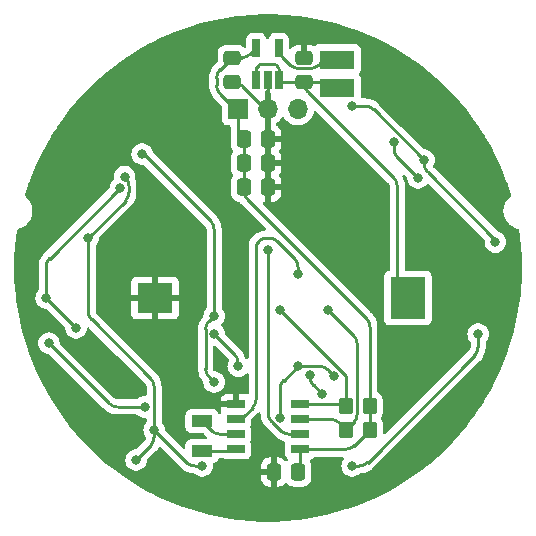
<source format=gbl>
G04 #@! TF.GenerationSoftware,KiCad,Pcbnew,6.0.9-8da3e8f707~116~ubuntu22.04.1*
G04 #@! TF.CreationDate,2022-11-08T11:27:41+01:00*
G04 #@! TF.ProjectId,PCB-Horloge,5043422d-486f-4726-9c6f-67652e6b6963,1.0*
G04 #@! TF.SameCoordinates,Original*
G04 #@! TF.FileFunction,Copper,L2,Bot*
G04 #@! TF.FilePolarity,Positive*
%FSLAX46Y46*%
G04 Gerber Fmt 4.6, Leading zero omitted, Abs format (unit mm)*
G04 Created by KiCad (PCBNEW 6.0.9-8da3e8f707~116~ubuntu22.04.1) date 2022-11-08 11:27:41*
%MOMM*%
%LPD*%
G01*
G04 APERTURE LIST*
G04 Aperture macros list*
%AMRoundRect*
0 Rectangle with rounded corners*
0 $1 Rounding radius*
0 $2 $3 $4 $5 $6 $7 $8 $9 X,Y pos of 4 corners*
0 Add a 4 corners polygon primitive as box body*
4,1,4,$2,$3,$4,$5,$6,$7,$8,$9,$2,$3,0*
0 Add four circle primitives for the rounded corners*
1,1,$1+$1,$2,$3*
1,1,$1+$1,$4,$5*
1,1,$1+$1,$6,$7*
1,1,$1+$1,$8,$9*
0 Add four rect primitives between the rounded corners*
20,1,$1+$1,$2,$3,$4,$5,0*
20,1,$1+$1,$4,$5,$6,$7,0*
20,1,$1+$1,$6,$7,$8,$9,0*
20,1,$1+$1,$8,$9,$2,$3,0*%
G04 Aperture macros list end*
G04 #@! TA.AperFunction,ComponentPad*
%ADD10R,1.700000X1.700000*%
G04 #@! TD*
G04 #@! TA.AperFunction,ComponentPad*
%ADD11O,1.700000X1.700000*%
G04 #@! TD*
G04 #@! TA.AperFunction,SMDPad,CuDef*
%ADD12RoundRect,0.250000X-0.475000X0.337500X-0.475000X-0.337500X0.475000X-0.337500X0.475000X0.337500X0*%
G04 #@! TD*
G04 #@! TA.AperFunction,SMDPad,CuDef*
%ADD13RoundRect,0.250000X0.337500X0.475000X-0.337500X0.475000X-0.337500X-0.475000X0.337500X-0.475000X0*%
G04 #@! TD*
G04 #@! TA.AperFunction,SMDPad,CuDef*
%ADD14R,3.000000X1.600000*%
G04 #@! TD*
G04 #@! TA.AperFunction,SMDPad,CuDef*
%ADD15R,0.650000X1.560000*%
G04 #@! TD*
G04 #@! TA.AperFunction,SMDPad,CuDef*
%ADD16R,1.550000X0.700000*%
G04 #@! TD*
G04 #@! TA.AperFunction,SMDPad,CuDef*
%ADD17R,3.000000X3.600000*%
G04 #@! TD*
G04 #@! TA.AperFunction,SMDPad,CuDef*
%ADD18R,3.000000X2.600000*%
G04 #@! TD*
G04 #@! TA.AperFunction,SMDPad,CuDef*
%ADD19RoundRect,0.250000X0.350000X0.450000X-0.350000X0.450000X-0.350000X-0.450000X0.350000X-0.450000X0*%
G04 #@! TD*
G04 #@! TA.AperFunction,SMDPad,CuDef*
%ADD20RoundRect,0.250000X-0.337500X-0.475000X0.337500X-0.475000X0.337500X0.475000X-0.337500X0.475000X0*%
G04 #@! TD*
G04 #@! TA.AperFunction,SMDPad,CuDef*
%ADD21RoundRect,0.250000X0.475000X-0.337500X0.475000X0.337500X-0.475000X0.337500X-0.475000X-0.337500X0*%
G04 #@! TD*
G04 #@! TA.AperFunction,SMDPad,CuDef*
%ADD22R,1.800000X1.000000*%
G04 #@! TD*
G04 #@! TA.AperFunction,ViaPad*
%ADD23C,0.800000*%
G04 #@! TD*
G04 #@! TA.AperFunction,Conductor*
%ADD24C,0.250000*%
G04 #@! TD*
G04 APERTURE END LIST*
D10*
X134620000Y-77996867D03*
D11*
X137160000Y-77996867D03*
X139700000Y-77996867D03*
D12*
X134112000Y-73638500D03*
X134112000Y-75713500D03*
D13*
X139721500Y-108712000D03*
X137646500Y-108712000D03*
D14*
X143000000Y-73800000D03*
X143000000Y-76200000D03*
D15*
X138061090Y-75518000D03*
X137111090Y-75518000D03*
X136161090Y-75518000D03*
X136161090Y-72818000D03*
X138061090Y-72818000D03*
D16*
X134435000Y-106787000D03*
X134435000Y-105517000D03*
X134435000Y-104247000D03*
X134435000Y-102977000D03*
X139885000Y-102977000D03*
X139885000Y-104247000D03*
X139885000Y-105517000D03*
X139885000Y-106787000D03*
D17*
X148990000Y-93980000D03*
D18*
X127590000Y-93980000D03*
D19*
X145780000Y-103124000D03*
X143780000Y-103124000D03*
X145780000Y-105156000D03*
X143780000Y-105156000D03*
D20*
X135106500Y-84600867D03*
X137181500Y-84600867D03*
X135106500Y-82568867D03*
X137181500Y-82568867D03*
D21*
X140208000Y-75713500D03*
X140208000Y-73638500D03*
D22*
X131572000Y-106914000D03*
X131572000Y-104414000D03*
D20*
X135106500Y-80536867D03*
X137181500Y-80536867D03*
D23*
X138176000Y-104140000D03*
X139683070Y-99759190D03*
X142748000Y-100584000D03*
X144272000Y-108204000D03*
X147823701Y-80776299D03*
X154940000Y-97028000D03*
X149860000Y-83820000D03*
X144272000Y-77724000D03*
X126492000Y-81788000D03*
X156401999Y-89250000D03*
X150368000Y-82296000D03*
X132588000Y-95504000D03*
X126700000Y-103200000D03*
X132588000Y-101092000D03*
X118600000Y-97800000D03*
X124656387Y-84639613D03*
X140716000Y-100483690D03*
X141732000Y-102108000D03*
X120904000Y-96520000D03*
X118364000Y-93980000D03*
X125984000Y-107696000D03*
X127508000Y-105156000D03*
X121920000Y-88900000D03*
X125011587Y-83705355D03*
X131572000Y-108204000D03*
X134635922Y-99750278D03*
X132588000Y-97028000D03*
X142240000Y-94996000D03*
X138176000Y-94996000D03*
X137160000Y-89916000D03*
X139700000Y-91948000D03*
D24*
X143000000Y-76200000D02*
X142513500Y-75713500D01*
X140500893Y-76500893D02*
X147807107Y-83807107D01*
X148100000Y-84514214D02*
X148100000Y-92675786D01*
X137808579Y-74258579D02*
X138002512Y-74452512D01*
X140208000Y-75713500D02*
X138256590Y-75713500D01*
X136219669Y-74429421D02*
X136390512Y-74258578D01*
X140208000Y-75713500D02*
X140208000Y-75793786D01*
X142513500Y-75713500D02*
X140208000Y-75713500D01*
X136531933Y-74200000D02*
X137667157Y-74200000D01*
X138061090Y-74593933D02*
X138061090Y-75518000D01*
X136161090Y-75518000D02*
X136161090Y-74570843D01*
X148392893Y-93382893D02*
X148990000Y-93980000D01*
X138256590Y-75713500D02*
X138061090Y-75518000D01*
X148392886Y-93382900D02*
G75*
G02*
X148100000Y-92675786I707114J707100D01*
G01*
X140208010Y-75793786D02*
G75*
G03*
X140500893Y-76500893I999990J-14D01*
G01*
X136219646Y-74429398D02*
G75*
G03*
X136161090Y-74570843I141454J-141402D01*
G01*
X136390496Y-74258562D02*
G75*
G02*
X136531933Y-74200000I141404J-141438D01*
G01*
X138061069Y-74593933D02*
G75*
G03*
X138002511Y-74452513I-199969J33D01*
G01*
X137667157Y-74200031D02*
G75*
G02*
X137808578Y-74258580I43J-199969D01*
G01*
X148099990Y-84514214D02*
G75*
G03*
X147807107Y-83807107I-999990J14D01*
G01*
X136915433Y-77996867D02*
X137160000Y-77996867D01*
X134924959Y-76006393D02*
X136915433Y-77996867D01*
X137160000Y-77996867D02*
X137160000Y-75566910D01*
X137160000Y-75566910D02*
X137111090Y-75518000D01*
X134112000Y-75713500D02*
X134217852Y-75713500D01*
X134217852Y-75713534D02*
G75*
G02*
X134924959Y-76006393I48J-999966D01*
G01*
X144441893Y-106494107D02*
X145780000Y-105156000D01*
X139885000Y-108548500D02*
X139721500Y-108712000D01*
X134396867Y-77996867D02*
X133092893Y-76692893D01*
X145780000Y-96410214D02*
X145780000Y-103124000D01*
X134112000Y-73638500D02*
X134926376Y-73638500D01*
X135106500Y-80536867D02*
X135106500Y-82568867D01*
X139885000Y-106787000D02*
X143734786Y-106787000D01*
X135106500Y-84600867D02*
X135106500Y-84908286D01*
X134912893Y-80343260D02*
X135106500Y-80536867D01*
X145780000Y-105156000D02*
X145780000Y-103124000D01*
X134620000Y-77996867D02*
X134620000Y-79636153D01*
X132800000Y-75985786D02*
X132800000Y-75364714D01*
X133092893Y-74657607D02*
X134112000Y-73638500D01*
X135399393Y-85615393D02*
X145487107Y-95703107D01*
X139885000Y-106787000D02*
X139885000Y-108548500D01*
X135633483Y-73345607D02*
X136161090Y-72818000D01*
X135106500Y-82568867D02*
X135106500Y-84600867D01*
X134620000Y-77996867D02*
X134396867Y-77996867D01*
X132800010Y-75364714D02*
G75*
G02*
X133092893Y-74657607I999990J14D01*
G01*
X145487114Y-95703100D02*
G75*
G02*
X145780000Y-96410214I-707114J-707100D01*
G01*
X135633495Y-73345619D02*
G75*
G02*
X134926376Y-73638500I-707095J707119D01*
G01*
X134620033Y-79636153D02*
G75*
G03*
X134912893Y-80343260I999967J-47D01*
G01*
X143734786Y-106786990D02*
G75*
G03*
X144441893Y-106494107I14J999990D01*
G01*
X132800010Y-75985786D02*
G75*
G03*
X133092893Y-76692893I999990J-14D01*
G01*
X135399386Y-85615400D02*
G75*
G02*
X135106500Y-84908286I707114J707100D01*
G01*
X138176000Y-101680474D02*
X138176000Y-104140000D01*
X141508976Y-99759190D02*
X139683070Y-99759190D01*
X139683070Y-99759190D02*
X138468893Y-100973367D01*
X142748000Y-100584000D02*
X142216083Y-100052083D01*
X142216097Y-100052069D02*
G75*
G03*
X141508976Y-99759190I-707097J-707131D01*
G01*
X138468906Y-100973380D02*
G75*
G03*
X138176000Y-101680474I707094J-707120D01*
G01*
X144272000Y-108204000D02*
X144873786Y-108204000D01*
X149860000Y-83820000D02*
X148116594Y-82076594D01*
X145580893Y-107911107D02*
X154647107Y-98844893D01*
X147823701Y-81369487D02*
X147823701Y-80776299D01*
X154940000Y-98137786D02*
X154940000Y-97028000D01*
X147823710Y-81369487D02*
G75*
G03*
X148116594Y-82076594I999990J-13D01*
G01*
X154939990Y-98137786D02*
G75*
G02*
X154647107Y-98844893I-999990J-14D01*
G01*
X145580900Y-107911114D02*
G75*
G02*
X144873786Y-108204000I-707100J707114D01*
G01*
X126619690Y-81788000D02*
X132295107Y-87463417D01*
X156401999Y-89250000D02*
X156401999Y-89051999D01*
X132155893Y-95936107D02*
X132588000Y-95504000D01*
X156401999Y-89051999D02*
X150660893Y-83310893D01*
X150368000Y-82296000D02*
X146088893Y-78016893D01*
X132588000Y-101092000D02*
X132155893Y-100659893D01*
X150368000Y-82603786D02*
X150368000Y-82296000D01*
X131863000Y-99952786D02*
X131863000Y-96643214D01*
X118600000Y-97800000D02*
X123707107Y-102907107D01*
X132588000Y-88170524D02*
X132588000Y-95504000D01*
X124414214Y-103200000D02*
X126700000Y-103200000D01*
X126492000Y-81788000D02*
X126619690Y-81788000D01*
X145381786Y-77724000D02*
X144272000Y-77724000D01*
X145381786Y-77724010D02*
G75*
G02*
X146088893Y-78016893I14J-999990D01*
G01*
X131863010Y-99952786D02*
G75*
G03*
X132155893Y-100659893I999990J-14D01*
G01*
X150660886Y-83310900D02*
G75*
G02*
X150368000Y-82603786I707114J707100D01*
G01*
X124414214Y-103199990D02*
G75*
G02*
X123707107Y-102907107I-14J999990D01*
G01*
X132587983Y-88170524D02*
G75*
G03*
X132295107Y-87463417I-999983J24D01*
G01*
X131863010Y-96643214D02*
G75*
G02*
X132155893Y-95936107I999990J14D01*
G01*
X140716000Y-100677786D02*
X140716000Y-100483690D01*
X118364000Y-93980000D02*
X120904000Y-96520000D01*
X141732000Y-102108000D02*
X141008893Y-101384893D01*
X118364000Y-93980000D02*
X118364000Y-91346214D01*
X118656893Y-90639107D02*
X124656387Y-84639613D01*
X118656886Y-90639100D02*
G75*
G03*
X118364000Y-91346214I707114J-707100D01*
G01*
X141008886Y-101384900D02*
G75*
G02*
X140716000Y-100677786I707114J707100D01*
G01*
X127508000Y-105757786D02*
X127508000Y-105156000D01*
X131572000Y-108204000D02*
X130970214Y-108204000D01*
X130263107Y-107911107D02*
X127508000Y-105156000D01*
X127508000Y-105156000D02*
X127508000Y-101506214D01*
X125380887Y-85024899D02*
X125380887Y-84488869D01*
X121920000Y-95089786D02*
X121920000Y-88900000D01*
X122212893Y-95796893D02*
X127215107Y-100799107D01*
X125984000Y-107696000D02*
X127215107Y-106464893D01*
X125087994Y-83781762D02*
X125011587Y-83705355D01*
X121920000Y-88900000D02*
X125087994Y-85732006D01*
X127215114Y-106464900D02*
G75*
G03*
X127508000Y-105757786I-707114J707100D01*
G01*
X125087976Y-83781780D02*
G75*
G02*
X125380887Y-84488869I-707076J-707120D01*
G01*
X130263100Y-107911114D02*
G75*
G03*
X130970214Y-108204000I707100J707114D01*
G01*
X127215114Y-100799100D02*
G75*
G02*
X127508000Y-101506214I-707114J-707100D01*
G01*
X125087992Y-85732004D02*
G75*
G03*
X125380887Y-85024899I-707092J707104D01*
G01*
X122212886Y-95796900D02*
G75*
G02*
X121920000Y-95089786I707114J707100D01*
G01*
X134635922Y-99490136D02*
X134635922Y-99750278D01*
X132588000Y-97028000D02*
X134343029Y-98783029D01*
X134343051Y-98783007D02*
G75*
G02*
X134635922Y-99490136I-707151J-707093D01*
G01*
X138061090Y-72818000D02*
X138061090Y-72858786D01*
X142314214Y-73800000D02*
X143000000Y-73800000D01*
X138353983Y-73565893D02*
X139046197Y-74258107D01*
X139753304Y-74551000D02*
X140734786Y-74551000D01*
X141441893Y-74258107D02*
X141607107Y-74092893D01*
X140734786Y-74550990D02*
G75*
G03*
X141441893Y-74258107I14J999990D01*
G01*
X141607100Y-74092886D02*
G75*
G02*
X142314214Y-73800000I707100J-707114D01*
G01*
X139753304Y-74550997D02*
G75*
G02*
X139046197Y-74258107I-4J999997D01*
G01*
X138061103Y-72858786D02*
G75*
G03*
X138353983Y-73565893I999997J-14D01*
G01*
X144412107Y-97168107D02*
X142240000Y-94996000D01*
X143163893Y-104539893D02*
X143780000Y-105156000D01*
X139885000Y-104247000D02*
X142456786Y-104247000D01*
X143780000Y-105156000D02*
X144412107Y-104523893D01*
X144705000Y-103816786D02*
X144705000Y-97875214D01*
X144704990Y-103816786D02*
G75*
G02*
X144412107Y-104523893I-999990J-14D01*
G01*
X144704990Y-97875214D02*
G75*
G03*
X144412107Y-97168107I-999990J14D01*
G01*
X142456786Y-104247010D02*
G75*
G02*
X143163893Y-104539893I14J-999990D01*
G01*
X139885000Y-102977000D02*
X143633000Y-102977000D01*
X138184598Y-94996000D02*
X138176000Y-94996000D01*
X143633000Y-102977000D02*
X143780000Y-103124000D01*
X143780000Y-100591402D02*
X138184598Y-94996000D01*
X143780000Y-103124000D02*
X143780000Y-100591402D01*
X139885000Y-105517000D02*
X138942616Y-105517000D01*
X138235509Y-105224107D02*
X137452893Y-104441491D01*
X137160000Y-103734384D02*
X137160000Y-89916000D01*
X137160012Y-103734384D02*
G75*
G03*
X137452894Y-104441490I999988J-16D01*
G01*
X138235501Y-105224115D02*
G75*
G03*
X138942616Y-105517000I707099J707115D01*
G01*
X131572000Y-106914000D02*
X134308000Y-106914000D01*
X134308000Y-106914000D02*
X134435000Y-106787000D01*
X131572000Y-104414000D02*
X132382107Y-105224107D01*
X133089214Y-105517000D02*
X134435000Y-105517000D01*
X133089214Y-105516990D02*
G75*
G02*
X132382107Y-105224107I-14J999990D01*
G01*
X136359107Y-89192893D02*
X136144000Y-89408000D01*
X136144000Y-89408000D02*
X136144000Y-102548786D01*
X137245188Y-88900000D02*
X137066214Y-88900000D01*
X134445786Y-104247000D02*
X134435000Y-104247000D01*
X135851107Y-103255893D02*
X135152893Y-103954107D01*
X139407107Y-90647705D02*
X137952295Y-89192893D01*
X139700000Y-91948000D02*
X139700000Y-91354812D01*
X139699991Y-91354812D02*
G75*
G03*
X139407106Y-90647706I-999991J12D01*
G01*
X135152900Y-103954114D02*
G75*
G02*
X134445786Y-104247000I-707100J707114D01*
G01*
X135851114Y-103255900D02*
G75*
G03*
X136144000Y-102548786I-707114J707100D01*
G01*
X137066214Y-88900010D02*
G75*
G03*
X136359107Y-89192893I-14J-999990D01*
G01*
X137952301Y-89192887D02*
G75*
G03*
X137245188Y-88900000I-707101J-707113D01*
G01*
G04 #@! TA.AperFunction,Conductor*
G36*
X137612733Y-69953324D02*
G01*
X138506821Y-69990798D01*
X138512079Y-69991129D01*
X138744192Y-70010620D01*
X139403850Y-70066013D01*
X139409099Y-70066565D01*
X139778148Y-70113186D01*
X140296919Y-70178723D01*
X140302123Y-70179491D01*
X141184506Y-70328735D01*
X141189679Y-70329721D01*
X141546389Y-70405542D01*
X142065042Y-70515785D01*
X142070180Y-70516991D01*
X142936929Y-70739535D01*
X142942012Y-70740954D01*
X143798717Y-70999608D01*
X143803736Y-71001239D01*
X144330237Y-71184586D01*
X144648839Y-71295534D01*
X144653763Y-71297365D01*
X145264137Y-71539029D01*
X145485836Y-71626806D01*
X145490701Y-71628851D01*
X146308226Y-71992836D01*
X146313001Y-71995083D01*
X147114561Y-72392982D01*
X147119238Y-72395427D01*
X147903447Y-72826549D01*
X147908017Y-72829188D01*
X148673478Y-73292767D01*
X148677911Y-73295581D01*
X149386701Y-73766500D01*
X149423289Y-73790809D01*
X149427623Y-73793821D01*
X149982577Y-74197018D01*
X150151606Y-74319825D01*
X150155808Y-74323014D01*
X150816541Y-74846705D01*
X150857134Y-74878879D01*
X150861198Y-74882241D01*
X151409222Y-75355283D01*
X151538617Y-75466974D01*
X151542539Y-75470505D01*
X152194881Y-76083094D01*
X152198652Y-76086786D01*
X152763635Y-76663728D01*
X152824801Y-76726189D01*
X152828384Y-76730005D01*
X153427225Y-77395086D01*
X153430616Y-77399014D01*
X153582126Y-77582158D01*
X154001067Y-78088571D01*
X154004345Y-78092706D01*
X154545407Y-78805529D01*
X154548489Y-78809772D01*
X155006059Y-79468128D01*
X155059229Y-79544630D01*
X155062139Y-79549011D01*
X155130934Y-79657414D01*
X155541644Y-80304591D01*
X155544378Y-80309105D01*
X155991821Y-81084098D01*
X155994364Y-81088723D01*
X156408971Y-81881794D01*
X156411317Y-81886521D01*
X156792333Y-82696220D01*
X156794480Y-82701041D01*
X157141275Y-83526035D01*
X157143217Y-83530942D01*
X157345725Y-84075467D01*
X157452232Y-84361854D01*
X157455142Y-84369680D01*
X157456878Y-84374664D01*
X157733413Y-85225753D01*
X157734941Y-85230813D01*
X157735686Y-85233482D01*
X157734735Y-85304473D01*
X157697650Y-85361872D01*
X157603884Y-85444538D01*
X157525262Y-85513853D01*
X157366076Y-85707649D01*
X157239922Y-85924404D01*
X157238109Y-85929127D01*
X157238108Y-85929129D01*
X157211100Y-85999488D01*
X157150045Y-86158539D01*
X157149012Y-86163485D01*
X157149010Y-86163491D01*
X157137593Y-86218143D01*
X157098759Y-86404033D01*
X157087382Y-86654568D01*
X157116208Y-86903699D01*
X157117587Y-86908573D01*
X157117588Y-86908577D01*
X157158534Y-87053276D01*
X157184494Y-87145017D01*
X157186628Y-87149592D01*
X157186630Y-87149599D01*
X157279425Y-87348597D01*
X157290484Y-87372313D01*
X157293326Y-87376494D01*
X157293326Y-87376495D01*
X157428605Y-87575552D01*
X157428608Y-87575556D01*
X157431451Y-87579739D01*
X157434928Y-87583416D01*
X157434929Y-87583417D01*
X157535238Y-87689491D01*
X157603767Y-87761959D01*
X157607793Y-87765037D01*
X157607794Y-87765038D01*
X157798981Y-87911212D01*
X157798985Y-87911215D01*
X157803001Y-87914285D01*
X158024026Y-88032797D01*
X158028807Y-88034443D01*
X158028811Y-88034445D01*
X158103987Y-88060330D01*
X158261156Y-88114448D01*
X158302177Y-88121534D01*
X158365897Y-88152837D01*
X158402579Y-88213623D01*
X158405377Y-88227288D01*
X158481645Y-88743775D01*
X158482307Y-88749010D01*
X158500466Y-88921777D01*
X158574016Y-89621556D01*
X158575852Y-89639028D01*
X158576293Y-89644287D01*
X158632482Y-90537395D01*
X158632703Y-90542668D01*
X158640579Y-90918629D01*
X158651014Y-91416774D01*
X158651445Y-91437361D01*
X158651445Y-91442639D01*
X158632703Y-92337332D01*
X158632482Y-92342605D01*
X158576293Y-93235713D01*
X158575853Y-93240957D01*
X158537229Y-93608444D01*
X158482307Y-94130990D01*
X158481645Y-94136225D01*
X158350920Y-95021495D01*
X158350040Y-95026699D01*
X158182354Y-95905737D01*
X158181257Y-95910899D01*
X157976905Y-96782160D01*
X157975592Y-96787272D01*
X157734943Y-97649179D01*
X157733418Y-97654231D01*
X157512483Y-98334202D01*
X157460694Y-98493593D01*
X157456878Y-98505336D01*
X157455142Y-98510320D01*
X157143217Y-99349058D01*
X157141275Y-99353965D01*
X156794480Y-100178959D01*
X156792333Y-100183780D01*
X156411317Y-100993479D01*
X156408971Y-100998206D01*
X155994364Y-101791277D01*
X155991821Y-101795902D01*
X155544378Y-102570895D01*
X155541644Y-102575409D01*
X155404690Y-102791215D01*
X155062562Y-103330324D01*
X155062149Y-103330974D01*
X155059239Y-103335355D01*
X154564423Y-104047303D01*
X154548491Y-104070226D01*
X154545407Y-104074471D01*
X154114844Y-104641717D01*
X154004345Y-104787294D01*
X154001067Y-104791429D01*
X153775130Y-105064540D01*
X153430616Y-105480986D01*
X153427225Y-105484914D01*
X152828384Y-106149995D01*
X152824808Y-106153804D01*
X152615660Y-106367379D01*
X152198652Y-106793214D01*
X152194881Y-106796906D01*
X151542539Y-107409495D01*
X151538619Y-107413025D01*
X150949633Y-107921424D01*
X150861200Y-107997757D01*
X150857137Y-108001119D01*
X150385279Y-108375109D01*
X150155810Y-108556984D01*
X150151606Y-108560175D01*
X149427623Y-109086179D01*
X149423289Y-109089191D01*
X148677911Y-109584419D01*
X148673478Y-109587233D01*
X148188472Y-109880963D01*
X147908017Y-110050812D01*
X147903447Y-110053451D01*
X147119238Y-110484573D01*
X147114561Y-110487018D01*
X146313001Y-110884917D01*
X146308226Y-110887164D01*
X145490701Y-111251149D01*
X145485836Y-111253194D01*
X144653763Y-111582635D01*
X144648839Y-111584466D01*
X144330237Y-111695414D01*
X143803736Y-111878761D01*
X143798717Y-111880392D01*
X142942012Y-112139046D01*
X142936929Y-112140465D01*
X142070180Y-112363009D01*
X142065042Y-112364215D01*
X141546389Y-112474458D01*
X141189679Y-112550279D01*
X141184506Y-112551265D01*
X140302123Y-112700509D01*
X140296919Y-112701277D01*
X139778148Y-112766814D01*
X139409099Y-112813435D01*
X139403850Y-112813987D01*
X138744192Y-112869380D01*
X138512079Y-112888871D01*
X138506821Y-112889202D01*
X137720337Y-112922166D01*
X137612732Y-112926676D01*
X137607456Y-112926787D01*
X136712544Y-112926787D01*
X136707268Y-112926676D01*
X136599663Y-112922166D01*
X135813179Y-112889202D01*
X135807921Y-112888871D01*
X135575808Y-112869380D01*
X134916150Y-112813987D01*
X134910901Y-112813435D01*
X134541852Y-112766814D01*
X134023081Y-112701277D01*
X134017877Y-112700509D01*
X133135494Y-112551265D01*
X133130321Y-112550279D01*
X132773611Y-112474458D01*
X132254958Y-112364215D01*
X132249820Y-112363009D01*
X131383071Y-112140465D01*
X131377988Y-112139046D01*
X130521283Y-111880392D01*
X130516264Y-111878761D01*
X129989763Y-111695414D01*
X129671161Y-111584466D01*
X129666237Y-111582635D01*
X128834164Y-111253194D01*
X128829299Y-111251149D01*
X128011774Y-110887164D01*
X128006999Y-110884917D01*
X127205439Y-110487018D01*
X127200762Y-110484573D01*
X126416553Y-110053451D01*
X126411983Y-110050812D01*
X126131528Y-109880963D01*
X125646522Y-109587233D01*
X125642089Y-109584419D01*
X125114809Y-109234095D01*
X136551001Y-109234095D01*
X136551338Y-109240614D01*
X136561257Y-109336206D01*
X136564149Y-109349600D01*
X136615588Y-109503784D01*
X136621761Y-109516962D01*
X136707063Y-109654807D01*
X136716099Y-109666208D01*
X136830829Y-109780739D01*
X136842240Y-109789751D01*
X136980243Y-109874816D01*
X136993424Y-109880963D01*
X137147710Y-109932138D01*
X137161086Y-109935005D01*
X137255438Y-109944672D01*
X137261854Y-109945000D01*
X137374385Y-109945000D01*
X137389624Y-109940525D01*
X137390829Y-109939135D01*
X137392500Y-109931452D01*
X137392500Y-108984115D01*
X137388025Y-108968876D01*
X137386635Y-108967671D01*
X137378952Y-108966000D01*
X136569116Y-108966000D01*
X136553877Y-108970475D01*
X136552672Y-108971865D01*
X136551001Y-108979548D01*
X136551001Y-109234095D01*
X125114809Y-109234095D01*
X124896711Y-109089191D01*
X124892377Y-109086179D01*
X124168394Y-108560175D01*
X124164190Y-108556984D01*
X123934721Y-108375109D01*
X123462863Y-108001119D01*
X123458800Y-107997757D01*
X123370368Y-107921424D01*
X122781381Y-107413025D01*
X122777461Y-107409495D01*
X122125119Y-106796906D01*
X122121348Y-106793214D01*
X121704340Y-106367379D01*
X121495192Y-106153804D01*
X121491616Y-106149995D01*
X120892775Y-105484914D01*
X120889384Y-105480986D01*
X120544870Y-105064540D01*
X120318933Y-104791429D01*
X120315655Y-104787294D01*
X120205156Y-104641717D01*
X119774593Y-104074471D01*
X119771509Y-104070226D01*
X119755577Y-104047303D01*
X119260761Y-103335355D01*
X119257851Y-103330974D01*
X119257439Y-103330324D01*
X118915310Y-102791215D01*
X118778356Y-102575409D01*
X118775622Y-102570895D01*
X118328179Y-101795902D01*
X118325636Y-101791277D01*
X117911029Y-100998206D01*
X117908683Y-100993479D01*
X117527667Y-100183780D01*
X117525520Y-100178959D01*
X117178725Y-99353965D01*
X117176783Y-99349058D01*
X116864858Y-98510320D01*
X116863122Y-98505336D01*
X116859307Y-98493593D01*
X116807517Y-98334202D01*
X116586582Y-97654231D01*
X116585057Y-97649179D01*
X116344408Y-96787272D01*
X116343095Y-96782160D01*
X116138743Y-95910899D01*
X116137646Y-95905737D01*
X115969960Y-95026699D01*
X115969080Y-95021495D01*
X115838355Y-94136225D01*
X115837693Y-94130990D01*
X115821823Y-93980000D01*
X117450496Y-93980000D01*
X117451186Y-93986565D01*
X117465824Y-94125834D01*
X117470458Y-94169928D01*
X117529473Y-94351556D01*
X117624960Y-94516944D01*
X117752747Y-94658866D01*
X117907248Y-94771118D01*
X117913276Y-94773802D01*
X117913278Y-94773803D01*
X117985756Y-94806072D01*
X118081712Y-94848794D01*
X118175113Y-94868647D01*
X118262056Y-94887128D01*
X118262061Y-94887128D01*
X118268513Y-94888500D01*
X118324406Y-94888500D01*
X118392527Y-94908502D01*
X118413501Y-94925405D01*
X119956878Y-96468782D01*
X119990904Y-96531094D01*
X119993092Y-96544703D01*
X119998948Y-96600417D01*
X120008676Y-96692970D01*
X120010458Y-96709928D01*
X120069473Y-96891556D01*
X120164960Y-97056944D01*
X120169378Y-97061851D01*
X120169379Y-97061852D01*
X120222757Y-97121134D01*
X120292747Y-97198866D01*
X120447248Y-97311118D01*
X120453276Y-97313802D01*
X120453278Y-97313803D01*
X120615681Y-97386109D01*
X120621712Y-97388794D01*
X120715112Y-97408647D01*
X120802056Y-97427128D01*
X120802061Y-97427128D01*
X120808513Y-97428500D01*
X120999487Y-97428500D01*
X121005939Y-97427128D01*
X121005944Y-97427128D01*
X121092888Y-97408647D01*
X121186288Y-97388794D01*
X121192319Y-97386109D01*
X121354722Y-97313803D01*
X121354724Y-97313802D01*
X121360752Y-97311118D01*
X121515253Y-97198866D01*
X121585243Y-97121134D01*
X121638621Y-97061852D01*
X121638622Y-97061851D01*
X121643040Y-97056944D01*
X121738527Y-96891556D01*
X121797542Y-96709928D01*
X121798832Y-96697655D01*
X121811062Y-96581295D01*
X121838075Y-96515638D01*
X121896297Y-96475009D01*
X121967242Y-96472306D01*
X122025467Y-96505371D01*
X124380094Y-98859999D01*
X126731783Y-101211688D01*
X126742651Y-101224080D01*
X126759159Y-101245594D01*
X126765118Y-101250368D01*
X126786304Y-101272002D01*
X126815304Y-101309797D01*
X126831747Y-101338278D01*
X126855666Y-101396024D01*
X126864178Y-101427795D01*
X126869838Y-101470796D01*
X126870909Y-101488556D01*
X126870873Y-101491995D01*
X126869882Y-101499522D01*
X126870715Y-101507068D01*
X126870715Y-101507072D01*
X126873739Y-101534462D01*
X126874500Y-101548287D01*
X126874500Y-102165500D01*
X126854498Y-102233621D01*
X126800842Y-102280114D01*
X126748500Y-102291500D01*
X126604513Y-102291500D01*
X126598061Y-102292872D01*
X126598056Y-102292872D01*
X126525499Y-102308295D01*
X126417712Y-102331206D01*
X126411682Y-102333891D01*
X126411681Y-102333891D01*
X126249278Y-102406197D01*
X126249276Y-102406198D01*
X126243248Y-102408882D01*
X126237907Y-102412762D01*
X126237906Y-102412763D01*
X126144135Y-102480892D01*
X126088747Y-102521134D01*
X126084332Y-102526037D01*
X126079420Y-102530460D01*
X126078295Y-102529211D01*
X126024986Y-102562051D01*
X125991800Y-102566500D01*
X124464224Y-102566500D01*
X124447779Y-102565422D01*
X124428420Y-102562873D01*
X124428416Y-102562873D01*
X124420888Y-102561882D01*
X124413339Y-102562715D01*
X124405742Y-102562636D01*
X124405742Y-102562632D01*
X124383100Y-102562395D01*
X124346234Y-102557542D01*
X124335797Y-102556168D01*
X124304026Y-102547655D01*
X124246283Y-102523738D01*
X124217798Y-102507293D01*
X124206200Y-102498394D01*
X124183385Y-102480887D01*
X124170070Y-102469087D01*
X124167669Y-102466635D01*
X124163046Y-102460611D01*
X124135610Y-102438631D01*
X124125295Y-102429391D01*
X119547122Y-97851217D01*
X119513096Y-97788905D01*
X119510907Y-97775292D01*
X119494232Y-97616635D01*
X119494232Y-97616633D01*
X119493542Y-97610072D01*
X119434527Y-97428444D01*
X119417849Y-97399556D01*
X119342341Y-97268774D01*
X119339040Y-97263056D01*
X119304060Y-97224206D01*
X119215675Y-97126045D01*
X119215674Y-97126044D01*
X119211253Y-97121134D01*
X119098019Y-97038864D01*
X119062094Y-97012763D01*
X119062093Y-97012762D01*
X119056752Y-97008882D01*
X119050724Y-97006198D01*
X119050722Y-97006197D01*
X118888319Y-96933891D01*
X118888318Y-96933891D01*
X118882288Y-96931206D01*
X118788887Y-96911353D01*
X118701944Y-96892872D01*
X118701939Y-96892872D01*
X118695487Y-96891500D01*
X118504513Y-96891500D01*
X118498061Y-96892872D01*
X118498056Y-96892872D01*
X118411112Y-96911353D01*
X118317712Y-96931206D01*
X118311682Y-96933891D01*
X118311681Y-96933891D01*
X118149278Y-97006197D01*
X118149276Y-97006198D01*
X118143248Y-97008882D01*
X118137907Y-97012762D01*
X118137906Y-97012763D01*
X118101981Y-97038864D01*
X117988747Y-97121134D01*
X117984326Y-97126044D01*
X117984325Y-97126045D01*
X117895941Y-97224206D01*
X117860960Y-97263056D01*
X117857659Y-97268774D01*
X117782152Y-97399556D01*
X117765473Y-97428444D01*
X117706458Y-97610072D01*
X117705768Y-97616633D01*
X117705768Y-97616635D01*
X117697851Y-97691959D01*
X117686496Y-97800000D01*
X117687186Y-97806565D01*
X117701957Y-97947099D01*
X117706458Y-97989928D01*
X117765473Y-98171556D01*
X117860960Y-98336944D01*
X117865378Y-98341851D01*
X117865379Y-98341852D01*
X117905182Y-98386058D01*
X117988747Y-98478866D01*
X118143248Y-98591118D01*
X118149276Y-98593802D01*
X118149278Y-98593803D01*
X118311681Y-98666109D01*
X118317712Y-98668794D01*
X118411112Y-98688647D01*
X118498056Y-98707128D01*
X118498061Y-98707128D01*
X118504513Y-98708500D01*
X118560406Y-98708500D01*
X118628527Y-98728502D01*
X118649501Y-98745405D01*
X120938890Y-101034795D01*
X123220977Y-103316882D01*
X123232641Y-103330323D01*
X123246518Y-103348805D01*
X123255869Y-103358354D01*
X123269555Y-103369085D01*
X123274869Y-103373492D01*
X123417674Y-103498726D01*
X123595718Y-103617688D01*
X123599427Y-103619517D01*
X123744108Y-103690864D01*
X123787767Y-103712394D01*
X123990534Y-103781221D01*
X123994576Y-103782025D01*
X123994580Y-103782026D01*
X124196507Y-103822189D01*
X124196512Y-103822190D01*
X124200551Y-103822993D01*
X124204663Y-103823262D01*
X124204667Y-103823263D01*
X124318084Y-103830695D01*
X124325638Y-103831419D01*
X124326509Y-103831529D01*
X124334184Y-103833500D01*
X124356769Y-103833500D01*
X124365008Y-103833770D01*
X124371417Y-103834190D01*
X124380930Y-103835177D01*
X124396774Y-103837432D01*
X124396779Y-103837432D01*
X124400859Y-103838013D01*
X124407074Y-103838078D01*
X124410089Y-103838110D01*
X124410094Y-103838110D01*
X124414223Y-103838153D01*
X124445125Y-103834413D01*
X124460264Y-103833500D01*
X125991800Y-103833500D01*
X126059921Y-103853502D01*
X126079147Y-103869843D01*
X126079420Y-103869540D01*
X126084332Y-103873963D01*
X126088747Y-103878866D01*
X126243248Y-103991118D01*
X126249276Y-103993802D01*
X126249278Y-103993803D01*
X126395660Y-104058976D01*
X126417712Y-104068794D01*
X126511113Y-104088647D01*
X126598056Y-104107128D01*
X126598061Y-104107128D01*
X126604513Y-104108500D01*
X126748500Y-104108500D01*
X126816621Y-104128502D01*
X126863114Y-104182158D01*
X126874500Y-104234500D01*
X126874500Y-104453476D01*
X126854498Y-104521597D01*
X126842142Y-104537779D01*
X126768960Y-104619056D01*
X126673473Y-104784444D01*
X126614458Y-104966072D01*
X126613768Y-104972633D01*
X126613768Y-104972635D01*
X126606520Y-105041600D01*
X126594496Y-105156000D01*
X126614458Y-105345928D01*
X126673473Y-105527556D01*
X126768960Y-105692944D01*
X126824810Y-105754971D01*
X126855525Y-105818976D01*
X126847581Y-105887495D01*
X126836133Y-105915134D01*
X126831748Y-105925721D01*
X126815302Y-105954206D01*
X126788940Y-105988562D01*
X126777139Y-106001879D01*
X126774635Y-106004331D01*
X126768611Y-106008954D01*
X126763862Y-106014882D01*
X126746635Y-106036385D01*
X126737395Y-106046700D01*
X126033500Y-106750595D01*
X125971188Y-106784621D01*
X125944405Y-106787500D01*
X125888513Y-106787500D01*
X125882061Y-106788872D01*
X125882056Y-106788872D01*
X125795113Y-106807353D01*
X125701712Y-106827206D01*
X125695682Y-106829891D01*
X125695681Y-106829891D01*
X125533278Y-106902197D01*
X125533276Y-106902198D01*
X125527248Y-106904882D01*
X125521907Y-106908762D01*
X125521906Y-106908763D01*
X125495488Y-106927957D01*
X125372747Y-107017134D01*
X125368326Y-107022044D01*
X125368325Y-107022045D01*
X125308925Y-107088016D01*
X125244960Y-107159056D01*
X125149473Y-107324444D01*
X125090458Y-107506072D01*
X125089768Y-107512633D01*
X125089768Y-107512635D01*
X125081556Y-107590767D01*
X125070496Y-107696000D01*
X125071186Y-107702565D01*
X125082694Y-107812054D01*
X125090458Y-107885928D01*
X125149473Y-108067556D01*
X125152776Y-108073278D01*
X125152777Y-108073279D01*
X125161903Y-108089086D01*
X125244960Y-108232944D01*
X125249378Y-108237851D01*
X125249379Y-108237852D01*
X125334033Y-108331870D01*
X125372747Y-108374866D01*
X125527248Y-108487118D01*
X125533276Y-108489802D01*
X125533278Y-108489803D01*
X125695681Y-108562109D01*
X125701712Y-108564794D01*
X125795113Y-108584647D01*
X125882056Y-108603128D01*
X125882061Y-108603128D01*
X125888513Y-108604500D01*
X126079487Y-108604500D01*
X126085939Y-108603128D01*
X126085944Y-108603128D01*
X126172888Y-108584647D01*
X126266288Y-108564794D01*
X126272319Y-108562109D01*
X126434722Y-108489803D01*
X126434724Y-108489802D01*
X126440752Y-108487118D01*
X126595253Y-108374866D01*
X126633967Y-108331870D01*
X126718621Y-108237852D01*
X126718622Y-108237851D01*
X126723040Y-108232944D01*
X126806097Y-108089086D01*
X126815223Y-108073279D01*
X126815224Y-108073278D01*
X126818527Y-108067556D01*
X126877542Y-107885928D01*
X126894907Y-107720706D01*
X126921920Y-107655050D01*
X126931122Y-107644782D01*
X127624878Y-106951026D01*
X127638320Y-106939361D01*
X127653509Y-106927957D01*
X127653511Y-106927955D01*
X127656805Y-106925482D01*
X127666354Y-106916131D01*
X127676980Y-106902579D01*
X127681373Y-106897282D01*
X127806734Y-106754332D01*
X127809027Y-106750900D01*
X127809031Y-106750895D01*
X127883132Y-106639992D01*
X127937608Y-106594463D01*
X128008051Y-106585614D01*
X128076993Y-106620897D01*
X129776974Y-108320878D01*
X129788638Y-108334319D01*
X129802518Y-108352805D01*
X129811869Y-108362354D01*
X129823794Y-108371704D01*
X129825416Y-108372976D01*
X129830718Y-108377373D01*
X129973668Y-108502734D01*
X130151713Y-108621697D01*
X130155406Y-108623518D01*
X130155411Y-108623521D01*
X130340072Y-108714583D01*
X130343763Y-108716403D01*
X130546532Y-108785231D01*
X130550574Y-108786035D01*
X130550578Y-108786036D01*
X130752506Y-108826199D01*
X130752511Y-108826200D01*
X130756550Y-108827003D01*
X130760660Y-108827272D01*
X130760665Y-108827273D01*
X130868979Y-108834371D01*
X130935646Y-108858785D01*
X130954370Y-108875785D01*
X130956327Y-108877958D01*
X130956331Y-108877962D01*
X130960747Y-108882866D01*
X130982329Y-108898546D01*
X131100104Y-108984115D01*
X131115248Y-108995118D01*
X131121276Y-108997802D01*
X131121278Y-108997803D01*
X131283681Y-109070109D01*
X131289712Y-109072794D01*
X131383113Y-109092647D01*
X131470056Y-109111128D01*
X131470061Y-109111128D01*
X131476513Y-109112500D01*
X131667487Y-109112500D01*
X131673939Y-109111128D01*
X131673944Y-109111128D01*
X131760888Y-109092647D01*
X131854288Y-109072794D01*
X131860319Y-109070109D01*
X132022722Y-108997803D01*
X132022724Y-108997802D01*
X132028752Y-108995118D01*
X132066530Y-108967671D01*
X132084157Y-108954864D01*
X132183253Y-108882866D01*
X132311040Y-108740944D01*
X132406527Y-108575556D01*
X132450610Y-108439885D01*
X136551000Y-108439885D01*
X136555475Y-108455124D01*
X136556865Y-108456329D01*
X136564548Y-108458000D01*
X137374385Y-108458000D01*
X137389624Y-108453525D01*
X137390829Y-108452135D01*
X137392500Y-108444452D01*
X137392500Y-107497116D01*
X137388025Y-107481877D01*
X137386635Y-107480672D01*
X137378952Y-107479001D01*
X137261905Y-107479001D01*
X137255386Y-107479338D01*
X137159794Y-107489257D01*
X137146400Y-107492149D01*
X136992216Y-107543588D01*
X136979038Y-107549761D01*
X136841193Y-107635063D01*
X136829792Y-107644099D01*
X136715261Y-107758829D01*
X136706249Y-107770240D01*
X136621184Y-107908243D01*
X136615037Y-107921424D01*
X136563862Y-108075710D01*
X136560995Y-108089086D01*
X136551328Y-108183438D01*
X136551000Y-108189855D01*
X136551000Y-108439885D01*
X132450610Y-108439885D01*
X132465542Y-108393928D01*
X132467138Y-108378749D01*
X132484814Y-108210565D01*
X132485504Y-108204000D01*
X132469767Y-108054270D01*
X132482539Y-107984432D01*
X132531041Y-107932585D01*
X132567283Y-107920549D01*
X132566778Y-107918425D01*
X132574460Y-107916598D01*
X132582316Y-107915745D01*
X132718705Y-107864615D01*
X132835261Y-107777261D01*
X132922615Y-107660705D01*
X132925769Y-107652293D01*
X132934401Y-107629269D01*
X132977043Y-107572505D01*
X133043605Y-107547806D01*
X133052382Y-107547500D01*
X133317794Y-107547500D01*
X133385915Y-107567502D01*
X133393358Y-107572673D01*
X133406109Y-107582230D01*
X133406112Y-107582232D01*
X133413295Y-107587615D01*
X133549684Y-107638745D01*
X133611866Y-107645500D01*
X135258134Y-107645500D01*
X135320316Y-107638745D01*
X135456705Y-107587615D01*
X135573261Y-107500261D01*
X135660615Y-107383705D01*
X135711745Y-107247316D01*
X135718500Y-107185134D01*
X135718500Y-106388866D01*
X135711745Y-106326684D01*
X135708973Y-106319288D01*
X135708971Y-106319282D01*
X135662840Y-106196229D01*
X135657657Y-106125422D01*
X135662840Y-106107771D01*
X135708971Y-105984718D01*
X135708973Y-105984712D01*
X135711745Y-105977316D01*
X135718500Y-105915134D01*
X135718500Y-105118866D01*
X135711745Y-105056684D01*
X135708973Y-105049288D01*
X135708971Y-105049282D01*
X135662840Y-104926229D01*
X135657657Y-104855422D01*
X135662840Y-104837771D01*
X135708971Y-104714718D01*
X135708973Y-104714712D01*
X135711745Y-104707316D01*
X135718500Y-104645134D01*
X135718500Y-104336594D01*
X135738502Y-104268473D01*
X135755405Y-104247499D01*
X136260878Y-103742026D01*
X136274320Y-103730361D01*
X136289509Y-103718957D01*
X136289511Y-103718955D01*
X136292805Y-103716482D01*
X136302354Y-103707131D01*
X136304892Y-103703894D01*
X136306294Y-103702329D01*
X136366645Y-103664934D01*
X136437632Y-103666104D01*
X136496717Y-103705467D01*
X136525142Y-103770525D01*
X136525876Y-103778160D01*
X136533778Y-103898746D01*
X136537008Y-103948046D01*
X136537811Y-103952085D01*
X136537812Y-103952090D01*
X136575198Y-104140052D01*
X136578780Y-104158062D01*
X136647607Y-104360829D01*
X136649426Y-104364518D01*
X136649427Y-104364520D01*
X136737587Y-104543296D01*
X136742312Y-104552878D01*
X136861274Y-104730922D01*
X136863997Y-104734027D01*
X136939037Y-104819597D01*
X136943862Y-104825444D01*
X136944314Y-104826027D01*
X136948351Y-104832853D01*
X136964209Y-104848711D01*
X136969849Y-104854732D01*
X136974252Y-104859753D01*
X136980276Y-104867173D01*
X136989813Y-104879875D01*
X136989823Y-104879887D01*
X136992295Y-104883179D01*
X137001646Y-104892728D01*
X137026158Y-104911948D01*
X137037498Y-104922000D01*
X137749377Y-105633879D01*
X137761041Y-105647320D01*
X137767859Y-105656400D01*
X137774921Y-105665806D01*
X137784272Y-105675354D01*
X137787531Y-105677909D01*
X137787532Y-105677910D01*
X137797791Y-105685954D01*
X137803109Y-105690363D01*
X137946070Y-105815735D01*
X138028136Y-105870568D01*
X138110681Y-105925721D01*
X138124116Y-105934698D01*
X138316166Y-106029404D01*
X138397192Y-106056908D01*
X138515025Y-106096905D01*
X138515028Y-106096906D01*
X138518935Y-106098232D01*
X138536294Y-106101685D01*
X138599201Y-106134589D01*
X138634335Y-106196283D01*
X138629695Y-106269493D01*
X138608255Y-106326684D01*
X138601500Y-106388866D01*
X138601500Y-107185134D01*
X138608255Y-107247316D01*
X138659385Y-107383705D01*
X138746739Y-107500261D01*
X138753919Y-107505642D01*
X138802690Y-107542194D01*
X138845205Y-107599053D01*
X138850231Y-107669872D01*
X138816299Y-107732037D01*
X138791198Y-107757183D01*
X138784695Y-107763697D01*
X138781898Y-107768235D01*
X138724647Y-107808824D01*
X138653724Y-107812054D01*
X138592313Y-107776428D01*
X138584938Y-107767932D01*
X138576902Y-107757793D01*
X138462171Y-107643261D01*
X138450760Y-107634249D01*
X138312757Y-107549184D01*
X138299576Y-107543037D01*
X138145290Y-107491862D01*
X138131914Y-107488995D01*
X138037562Y-107479328D01*
X138031145Y-107479000D01*
X137918615Y-107479000D01*
X137903376Y-107483475D01*
X137902171Y-107484865D01*
X137900500Y-107492548D01*
X137900500Y-109926884D01*
X137904975Y-109942123D01*
X137906365Y-109943328D01*
X137914048Y-109944999D01*
X138031095Y-109944999D01*
X138037614Y-109944662D01*
X138133206Y-109934743D01*
X138146600Y-109931851D01*
X138300784Y-109880412D01*
X138313962Y-109874239D01*
X138451807Y-109788937D01*
X138463208Y-109779901D01*
X138577738Y-109665172D01*
X138584794Y-109656238D01*
X138642712Y-109615177D01*
X138713635Y-109611947D01*
X138775046Y-109647574D01*
X138781846Y-109655407D01*
X138785522Y-109661348D01*
X138910697Y-109786305D01*
X138916927Y-109790145D01*
X138916928Y-109790146D01*
X139054288Y-109874816D01*
X139061262Y-109879115D01*
X139141005Y-109905564D01*
X139222611Y-109932632D01*
X139222613Y-109932632D01*
X139229139Y-109934797D01*
X139235975Y-109935497D01*
X139235978Y-109935498D01*
X139279031Y-109939909D01*
X139333600Y-109945500D01*
X140109400Y-109945500D01*
X140112646Y-109945163D01*
X140112650Y-109945163D01*
X140208308Y-109935238D01*
X140208312Y-109935237D01*
X140215166Y-109934526D01*
X140221702Y-109932345D01*
X140221704Y-109932345D01*
X140353806Y-109888272D01*
X140382946Y-109878550D01*
X140533348Y-109785478D01*
X140658305Y-109660303D01*
X140751115Y-109509738D01*
X140777564Y-109429995D01*
X140804632Y-109348389D01*
X140804632Y-109348387D01*
X140806797Y-109341861D01*
X140817500Y-109237400D01*
X140817500Y-108186600D01*
X140815855Y-108170745D01*
X140807238Y-108087692D01*
X140807237Y-108087688D01*
X140806526Y-108080834D01*
X140804006Y-108073279D01*
X140753342Y-107921424D01*
X140750550Y-107913054D01*
X140696451Y-107825631D01*
X140677614Y-107757183D01*
X140698775Y-107689413D01*
X140753215Y-107643842D01*
X140767582Y-107639042D01*
X140770316Y-107638745D01*
X140777711Y-107635973D01*
X140777714Y-107635972D01*
X140898297Y-107590767D01*
X140906705Y-107587615D01*
X141023261Y-107500261D01*
X141045241Y-107470933D01*
X141102100Y-107428420D01*
X141146066Y-107420500D01*
X143471960Y-107420500D01*
X143540081Y-107440502D01*
X143586574Y-107494158D01*
X143596678Y-107564432D01*
X143565596Y-107630810D01*
X143553016Y-107644782D01*
X143532960Y-107667056D01*
X143437473Y-107832444D01*
X143378458Y-108014072D01*
X143358496Y-108204000D01*
X143359186Y-108210565D01*
X143376863Y-108378749D01*
X143378458Y-108393928D01*
X143437473Y-108575556D01*
X143532960Y-108740944D01*
X143660747Y-108882866D01*
X143759843Y-108954864D01*
X143777471Y-108967671D01*
X143815248Y-108995118D01*
X143821276Y-108997802D01*
X143821278Y-108997803D01*
X143983681Y-109070109D01*
X143989712Y-109072794D01*
X144083113Y-109092647D01*
X144170056Y-109111128D01*
X144170061Y-109111128D01*
X144176513Y-109112500D01*
X144367487Y-109112500D01*
X144373939Y-109111128D01*
X144373944Y-109111128D01*
X144460888Y-109092647D01*
X144554288Y-109072794D01*
X144560319Y-109070109D01*
X144722722Y-108997803D01*
X144722724Y-108997802D01*
X144728752Y-108995118D01*
X144734094Y-108991237D01*
X144877909Y-108886749D01*
X144877911Y-108886747D01*
X144883253Y-108882866D01*
X144889624Y-108875791D01*
X144891067Y-108874902D01*
X144892580Y-108873539D01*
X144892829Y-108873816D01*
X144950068Y-108838551D01*
X144975020Y-108834370D01*
X145014332Y-108831794D01*
X145083335Y-108827273D01*
X145083340Y-108827272D01*
X145087450Y-108827003D01*
X145091489Y-108826200D01*
X145091494Y-108826199D01*
X145293422Y-108786036D01*
X145293426Y-108786035D01*
X145297468Y-108785231D01*
X145500237Y-108716403D01*
X145503928Y-108714583D01*
X145688589Y-108623521D01*
X145688594Y-108623518D01*
X145692287Y-108621697D01*
X145870332Y-108502734D01*
X145959141Y-108424853D01*
X145964988Y-108420029D01*
X145965433Y-108419684D01*
X145972255Y-108415649D01*
X145987992Y-108399912D01*
X145994009Y-108394276D01*
X145999277Y-108389656D01*
X146006702Y-108383627D01*
X146018047Y-108375109D01*
X146022582Y-108371704D01*
X146032131Y-108362354D01*
X146034675Y-108359110D01*
X146034680Y-108359104D01*
X146051352Y-108337842D01*
X146061410Y-108326494D01*
X155056882Y-99331023D01*
X155070324Y-99319358D01*
X155085509Y-99307957D01*
X155085511Y-99307955D01*
X155088805Y-99305482D01*
X155098354Y-99296131D01*
X155109085Y-99282445D01*
X155113498Y-99277124D01*
X155155261Y-99229502D01*
X155238726Y-99134326D01*
X155357688Y-98956282D01*
X155452394Y-98764233D01*
X155521221Y-98561466D01*
X155549001Y-98421796D01*
X155562189Y-98355493D01*
X155562190Y-98355488D01*
X155562993Y-98351449D01*
X155563655Y-98341354D01*
X155570695Y-98233916D01*
X155571419Y-98226362D01*
X155571529Y-98225491D01*
X155573500Y-98217816D01*
X155573500Y-98195231D01*
X155573770Y-98186992D01*
X155574190Y-98180583D01*
X155575177Y-98171070D01*
X155577432Y-98155226D01*
X155577432Y-98155221D01*
X155578013Y-98151141D01*
X155578153Y-98137777D01*
X155574413Y-98106875D01*
X155573500Y-98091736D01*
X155573500Y-97730524D01*
X155593502Y-97662403D01*
X155605858Y-97646221D01*
X155679040Y-97564944D01*
X155757816Y-97428500D01*
X155771223Y-97405279D01*
X155771224Y-97405278D01*
X155774527Y-97399556D01*
X155833542Y-97217928D01*
X155835138Y-97202749D01*
X155852814Y-97034565D01*
X155853504Y-97028000D01*
X155843331Y-96931206D01*
X155834232Y-96844635D01*
X155834232Y-96844633D01*
X155833542Y-96838072D01*
X155774527Y-96656444D01*
X155679040Y-96491056D01*
X155662158Y-96472306D01*
X155555675Y-96354045D01*
X155555674Y-96354044D01*
X155551253Y-96349134D01*
X155436829Y-96266000D01*
X155402094Y-96240763D01*
X155402093Y-96240762D01*
X155396752Y-96236882D01*
X155390724Y-96234198D01*
X155390722Y-96234197D01*
X155228319Y-96161891D01*
X155228318Y-96161891D01*
X155222288Y-96159206D01*
X155113494Y-96136081D01*
X155041944Y-96120872D01*
X155041939Y-96120872D01*
X155035487Y-96119500D01*
X154844513Y-96119500D01*
X154838061Y-96120872D01*
X154838056Y-96120872D01*
X154766506Y-96136081D01*
X154657712Y-96159206D01*
X154651682Y-96161891D01*
X154651681Y-96161891D01*
X154489278Y-96234197D01*
X154489276Y-96234198D01*
X154483248Y-96236882D01*
X154477907Y-96240762D01*
X154477906Y-96240763D01*
X154443171Y-96266000D01*
X154328747Y-96349134D01*
X154324326Y-96354044D01*
X154324325Y-96354045D01*
X154217843Y-96472306D01*
X154200960Y-96491056D01*
X154105473Y-96656444D01*
X154046458Y-96838072D01*
X154045768Y-96844633D01*
X154045768Y-96844635D01*
X154036669Y-96931206D01*
X154026496Y-97028000D01*
X154027186Y-97034565D01*
X154044863Y-97202749D01*
X154046458Y-97217928D01*
X154105473Y-97399556D01*
X154108776Y-97405278D01*
X154108777Y-97405279D01*
X154122184Y-97428500D01*
X154200960Y-97564944D01*
X154274137Y-97646215D01*
X154304853Y-97710221D01*
X154306500Y-97730524D01*
X154306500Y-98087776D01*
X154305422Y-98104221D01*
X154302873Y-98123580D01*
X154302873Y-98123584D01*
X154301882Y-98131112D01*
X154302715Y-98138661D01*
X154302636Y-98146258D01*
X154302632Y-98146258D01*
X154302395Y-98168900D01*
X154299471Y-98191112D01*
X154296168Y-98216203D01*
X154287655Y-98247974D01*
X154263738Y-98305717D01*
X154247293Y-98334202D01*
X154238394Y-98345800D01*
X154220887Y-98368615D01*
X154209087Y-98381930D01*
X154206635Y-98384331D01*
X154200611Y-98388954D01*
X154195865Y-98394878D01*
X154195864Y-98394879D01*
X154178631Y-98416390D01*
X154169391Y-98426705D01*
X147103595Y-105492500D01*
X147041283Y-105526526D01*
X146970468Y-105521461D01*
X146913632Y-105478914D01*
X146888821Y-105412394D01*
X146888500Y-105403405D01*
X146888500Y-104655600D01*
X146885302Y-104624774D01*
X146878238Y-104556692D01*
X146878237Y-104556688D01*
X146877526Y-104549834D01*
X146868106Y-104521597D01*
X146823868Y-104389002D01*
X146821550Y-104382054D01*
X146728478Y-104231652D01*
X146723296Y-104226479D01*
X146718749Y-104220742D01*
X146720551Y-104219314D01*
X146691809Y-104166774D01*
X146696819Y-104095955D01*
X146720542Y-104058976D01*
X146719596Y-104058229D01*
X146724134Y-104052483D01*
X146729305Y-104047303D01*
X146763938Y-103991118D01*
X146818275Y-103902968D01*
X146818276Y-103902966D01*
X146822115Y-103896738D01*
X146873264Y-103742527D01*
X146875632Y-103735389D01*
X146875632Y-103735387D01*
X146877797Y-103728861D01*
X146878602Y-103721010D01*
X146888172Y-103627598D01*
X146888500Y-103624400D01*
X146888500Y-102623600D01*
X146883500Y-102575409D01*
X146878238Y-102524692D01*
X146878237Y-102524688D01*
X146877526Y-102517834D01*
X146842472Y-102412763D01*
X146823868Y-102357002D01*
X146821550Y-102350054D01*
X146728478Y-102199652D01*
X146603303Y-102074695D01*
X146549839Y-102041739D01*
X146473384Y-101994611D01*
X146425890Y-101941838D01*
X146413500Y-101887351D01*
X146413500Y-96464218D01*
X146414757Y-96446463D01*
X146417432Y-96427667D01*
X146418013Y-96423587D01*
X146418153Y-96410223D01*
X146417316Y-96403306D01*
X146416064Y-96392953D01*
X146415422Y-96386059D01*
X146403273Y-96200666D01*
X146403272Y-96200662D01*
X146403003Y-96196550D01*
X146400282Y-96182866D01*
X146362036Y-95990578D01*
X146362035Y-95990574D01*
X146361231Y-95986532D01*
X146292403Y-95783763D01*
X146289797Y-95778478D01*
X146199521Y-95595411D01*
X146199518Y-95595406D01*
X146197697Y-95591713D01*
X146078734Y-95413668D01*
X146032785Y-95361271D01*
X146000853Y-95324859D01*
X145996029Y-95319012D01*
X145995684Y-95318567D01*
X145991649Y-95311745D01*
X145975912Y-95296008D01*
X145970276Y-95289991D01*
X145965656Y-95284723D01*
X145959627Y-95277298D01*
X145947704Y-95261418D01*
X145938354Y-95251869D01*
X145935110Y-95249325D01*
X145935104Y-95249320D01*
X145913842Y-95232648D01*
X145902494Y-95222590D01*
X136728867Y-86048962D01*
X136694841Y-85986650D01*
X136699906Y-85915835D01*
X136742453Y-85858999D01*
X136808973Y-85834188D01*
X136817962Y-85833867D01*
X136909385Y-85833867D01*
X136924624Y-85829392D01*
X136925829Y-85828002D01*
X136927500Y-85820319D01*
X136927500Y-85815751D01*
X137435500Y-85815751D01*
X137439975Y-85830990D01*
X137441365Y-85832195D01*
X137449048Y-85833866D01*
X137566095Y-85833866D01*
X137572614Y-85833529D01*
X137668206Y-85823610D01*
X137681600Y-85820718D01*
X137835784Y-85769279D01*
X137848962Y-85763106D01*
X137986807Y-85677804D01*
X137998208Y-85668768D01*
X138112739Y-85554038D01*
X138121751Y-85542627D01*
X138206816Y-85404624D01*
X138212963Y-85391443D01*
X138264138Y-85237157D01*
X138267005Y-85223781D01*
X138276672Y-85129429D01*
X138277000Y-85123013D01*
X138277000Y-84872982D01*
X138272525Y-84857743D01*
X138271135Y-84856538D01*
X138263452Y-84854867D01*
X137453615Y-84854867D01*
X137438376Y-84859342D01*
X137437171Y-84860732D01*
X137435500Y-84868415D01*
X137435500Y-85815751D01*
X136927500Y-85815751D01*
X136927500Y-84328752D01*
X137435500Y-84328752D01*
X137439975Y-84343991D01*
X137441365Y-84345196D01*
X137449048Y-84346867D01*
X138258884Y-84346867D01*
X138274123Y-84342392D01*
X138275328Y-84341002D01*
X138276999Y-84333319D01*
X138276999Y-84078772D01*
X138276662Y-84072253D01*
X138266743Y-83976661D01*
X138263851Y-83963267D01*
X138212412Y-83809083D01*
X138206239Y-83795905D01*
X138117083Y-83651832D01*
X138119714Y-83650204D01*
X138098304Y-83597285D01*
X138111485Y-83527523D01*
X138118208Y-83517042D01*
X138117910Y-83516858D01*
X138206816Y-83372624D01*
X138212963Y-83359443D01*
X138264138Y-83205157D01*
X138267005Y-83191781D01*
X138276672Y-83097429D01*
X138277000Y-83091013D01*
X138277000Y-82840982D01*
X138272525Y-82825743D01*
X138271135Y-82824538D01*
X138263452Y-82822867D01*
X137453615Y-82822867D01*
X137438376Y-82827342D01*
X137437171Y-82828732D01*
X137435500Y-82836415D01*
X137435500Y-84328752D01*
X136927500Y-84328752D01*
X136927500Y-82296752D01*
X137435500Y-82296752D01*
X137439975Y-82311991D01*
X137441365Y-82313196D01*
X137449048Y-82314867D01*
X138258884Y-82314867D01*
X138274123Y-82310392D01*
X138275328Y-82309002D01*
X138276999Y-82301319D01*
X138276999Y-82046772D01*
X138276662Y-82040253D01*
X138266743Y-81944661D01*
X138263851Y-81931267D01*
X138212412Y-81777083D01*
X138206239Y-81763905D01*
X138117083Y-81619832D01*
X138119714Y-81618204D01*
X138098304Y-81565285D01*
X138111485Y-81495523D01*
X138118208Y-81485042D01*
X138117910Y-81484858D01*
X138206816Y-81340624D01*
X138212963Y-81327443D01*
X138264138Y-81173157D01*
X138267005Y-81159781D01*
X138276672Y-81065429D01*
X138277000Y-81059013D01*
X138277000Y-80808982D01*
X138272525Y-80793743D01*
X138271135Y-80792538D01*
X138263452Y-80790867D01*
X137453615Y-80790867D01*
X137438376Y-80795342D01*
X137437171Y-80796732D01*
X137435500Y-80804415D01*
X137435500Y-82296752D01*
X136927500Y-82296752D01*
X136927500Y-79412982D01*
X136913161Y-79364148D01*
X136911104Y-79360947D01*
X136906000Y-79325448D01*
X136906000Y-76864115D01*
X136901525Y-76848876D01*
X136900577Y-76848054D01*
X136862194Y-76788328D01*
X136857090Y-76752830D01*
X136857090Y-76692910D01*
X136877092Y-76624789D01*
X136882264Y-76617345D01*
X136886095Y-76612233D01*
X136936705Y-76544705D01*
X136987835Y-76408316D01*
X136988629Y-76401010D01*
X137023725Y-76339576D01*
X137086680Y-76306756D01*
X137157385Y-76313182D01*
X137213392Y-76356814D01*
X137233544Y-76400940D01*
X137234345Y-76408316D01*
X137285475Y-76544705D01*
X137372829Y-76661261D01*
X137377770Y-76664964D01*
X137411121Y-76726040D01*
X137414000Y-76752823D01*
X137414000Y-79245752D01*
X137428339Y-79294586D01*
X137430396Y-79297787D01*
X137435500Y-79333286D01*
X137435500Y-80264752D01*
X137439975Y-80279991D01*
X137441365Y-80281196D01*
X137449048Y-80282867D01*
X138258884Y-80282867D01*
X138274123Y-80278392D01*
X138275328Y-80277002D01*
X138276999Y-80269319D01*
X138276999Y-80014772D01*
X138276662Y-80008253D01*
X138266743Y-79912661D01*
X138263851Y-79899267D01*
X138212412Y-79745083D01*
X138206239Y-79731905D01*
X138120937Y-79594060D01*
X138111901Y-79582659D01*
X137997171Y-79468128D01*
X137985760Y-79459116D01*
X137858704Y-79380798D01*
X137811211Y-79328026D01*
X137799787Y-79257954D01*
X137828061Y-79192831D01*
X137857812Y-79167437D01*
X137857737Y-79167332D01*
X137858938Y-79166475D01*
X137860308Y-79165306D01*
X137861947Y-79164329D01*
X138035328Y-79040659D01*
X138043200Y-79034006D01*
X138194052Y-78883679D01*
X138200730Y-78875832D01*
X138328022Y-78698686D01*
X138329279Y-78699589D01*
X138376373Y-78656229D01*
X138446311Y-78644012D01*
X138511751Y-78671545D01*
X138539579Y-78703378D01*
X138599987Y-78801955D01*
X138746250Y-78970805D01*
X138918126Y-79113499D01*
X139111000Y-79226205D01*
X139319692Y-79305897D01*
X139324760Y-79306928D01*
X139324763Y-79306929D01*
X139423519Y-79327021D01*
X139538597Y-79350434D01*
X139543772Y-79350624D01*
X139543774Y-79350624D01*
X139756673Y-79358431D01*
X139756677Y-79358431D01*
X139761837Y-79358620D01*
X139766957Y-79357964D01*
X139766959Y-79357964D01*
X139978288Y-79330892D01*
X139978289Y-79330892D01*
X139983416Y-79330235D01*
X139999372Y-79325448D01*
X140192429Y-79267528D01*
X140192434Y-79267526D01*
X140197384Y-79266041D01*
X140397994Y-79167763D01*
X140579860Y-79038040D01*
X140738096Y-78880356D01*
X140868453Y-78698944D01*
X140881995Y-78671545D01*
X140965136Y-78503320D01*
X140965137Y-78503318D01*
X140967430Y-78498678D01*
X141032370Y-78284936D01*
X141036282Y-78255226D01*
X141040513Y-78223083D01*
X141069235Y-78158156D01*
X141128500Y-78119064D01*
X141199492Y-78118219D01*
X141254530Y-78150434D01*
X144350243Y-81246148D01*
X147323783Y-84219688D01*
X147334651Y-84232080D01*
X147351159Y-84253594D01*
X147357088Y-84258344D01*
X147357090Y-84258346D01*
X147357097Y-84258352D01*
X147378273Y-84279977D01*
X147407295Y-84317799D01*
X147423739Y-84346283D01*
X147447656Y-84404027D01*
X147456168Y-84435797D01*
X147461838Y-84478872D01*
X147462909Y-84496632D01*
X147462874Y-84499988D01*
X147461882Y-84507522D01*
X147462716Y-84515074D01*
X147465739Y-84542462D01*
X147466500Y-84556287D01*
X147466500Y-91559073D01*
X147446498Y-91627194D01*
X147392842Y-91673687D01*
X147379668Y-91678213D01*
X147379684Y-91678255D01*
X147243295Y-91729385D01*
X147126739Y-91816739D01*
X147039385Y-91933295D01*
X146988255Y-92069684D01*
X146981500Y-92131866D01*
X146981500Y-95828134D01*
X146988255Y-95890316D01*
X147039385Y-96026705D01*
X147126739Y-96143261D01*
X147243295Y-96230615D01*
X147379684Y-96281745D01*
X147441866Y-96288500D01*
X150538134Y-96288500D01*
X150600316Y-96281745D01*
X150736705Y-96230615D01*
X150853261Y-96143261D01*
X150940615Y-96026705D01*
X150991745Y-95890316D01*
X150998500Y-95828134D01*
X150998500Y-92131866D01*
X150991745Y-92069684D01*
X150940615Y-91933295D01*
X150853261Y-91816739D01*
X150736705Y-91729385D01*
X150600316Y-91678255D01*
X150538134Y-91671500D01*
X148859500Y-91671500D01*
X148791379Y-91651498D01*
X148744886Y-91597842D01*
X148733500Y-91545500D01*
X148733500Y-84568218D01*
X148734757Y-84550463D01*
X148737432Y-84531667D01*
X148738013Y-84527587D01*
X148738153Y-84514223D01*
X148737657Y-84510122D01*
X148736042Y-84496769D01*
X148735400Y-84489876D01*
X148723263Y-84304667D01*
X148723262Y-84304663D01*
X148722993Y-84300551D01*
X148718765Y-84279290D01*
X148682026Y-84094580D01*
X148682025Y-84094576D01*
X148681221Y-84090534D01*
X148612394Y-83887767D01*
X148541813Y-83744640D01*
X148529623Y-83674698D01*
X148557183Y-83609269D01*
X148615741Y-83569126D01*
X148686706Y-83567015D01*
X148743914Y-83599818D01*
X148912878Y-83768782D01*
X148946904Y-83831094D01*
X148949092Y-83844703D01*
X148954520Y-83896340D01*
X148962962Y-83976661D01*
X148966458Y-84009928D01*
X149025473Y-84191556D01*
X149028776Y-84197278D01*
X149028777Y-84197279D01*
X149048870Y-84232080D01*
X149120960Y-84356944D01*
X149125378Y-84361851D01*
X149125379Y-84361852D01*
X149217978Y-84464694D01*
X149248747Y-84498866D01*
X149403248Y-84611118D01*
X149409276Y-84613802D01*
X149409278Y-84613803D01*
X149571681Y-84686109D01*
X149577712Y-84688794D01*
X149671113Y-84708647D01*
X149758056Y-84727128D01*
X149758061Y-84727128D01*
X149764513Y-84728500D01*
X149955487Y-84728500D01*
X149961939Y-84727128D01*
X149961944Y-84727128D01*
X150048887Y-84708647D01*
X150142288Y-84688794D01*
X150148319Y-84686109D01*
X150310722Y-84613803D01*
X150310724Y-84613802D01*
X150316752Y-84611118D01*
X150471253Y-84498866D01*
X150521189Y-84443407D01*
X150594619Y-84361854D01*
X150599040Y-84356944D01*
X150601525Y-84352640D01*
X150657269Y-84309658D01*
X150728005Y-84303584D01*
X150792074Y-84337979D01*
X155466503Y-89012408D01*
X155500529Y-89074720D01*
X155502718Y-89114673D01*
X155500666Y-89134198D01*
X155488495Y-89250000D01*
X155489185Y-89256565D01*
X155507620Y-89431961D01*
X155508457Y-89439928D01*
X155567472Y-89621556D01*
X155662959Y-89786944D01*
X155790746Y-89928866D01*
X155945247Y-90041118D01*
X155951275Y-90043802D01*
X155951277Y-90043803D01*
X156113680Y-90116109D01*
X156119711Y-90118794D01*
X156213111Y-90138647D01*
X156300055Y-90157128D01*
X156300060Y-90157128D01*
X156306512Y-90158500D01*
X156497486Y-90158500D01*
X156503938Y-90157128D01*
X156503943Y-90157128D01*
X156590887Y-90138647D01*
X156684287Y-90118794D01*
X156690318Y-90116109D01*
X156852721Y-90043803D01*
X156852723Y-90043802D01*
X156858751Y-90041118D01*
X157013252Y-89928866D01*
X157141039Y-89786944D01*
X157236526Y-89621556D01*
X157295541Y-89439928D01*
X157296379Y-89431961D01*
X157314813Y-89256565D01*
X157315503Y-89250000D01*
X157303332Y-89134198D01*
X157296231Y-89066635D01*
X157296231Y-89066633D01*
X157295541Y-89060072D01*
X157236526Y-88878444D01*
X157141039Y-88713056D01*
X157110415Y-88679044D01*
X157017674Y-88576045D01*
X157017673Y-88576044D01*
X157013252Y-88571134D01*
X156894157Y-88484606D01*
X156864093Y-88462763D01*
X156864092Y-88462762D01*
X156858751Y-88458882D01*
X156852723Y-88456198D01*
X156852721Y-88456197D01*
X156690318Y-88383891D01*
X156690317Y-88383891D01*
X156684287Y-88381206D01*
X156677832Y-88379834D01*
X156677829Y-88379833D01*
X156658786Y-88375786D01*
X156648182Y-88373532D01*
X156585284Y-88339380D01*
X151165087Y-82919182D01*
X151131061Y-82856870D01*
X151136126Y-82786055D01*
X151145063Y-82767087D01*
X151199223Y-82673279D01*
X151199224Y-82673278D01*
X151202527Y-82667556D01*
X151261542Y-82485928D01*
X151263138Y-82470749D01*
X151280814Y-82302565D01*
X151281504Y-82296000D01*
X151261542Y-82106072D01*
X151202527Y-81924444D01*
X151107040Y-81759056D01*
X151050742Y-81696530D01*
X150983675Y-81622045D01*
X150983674Y-81622044D01*
X150979253Y-81617134D01*
X150824752Y-81504882D01*
X150818724Y-81502198D01*
X150818722Y-81502197D01*
X150656319Y-81429891D01*
X150656318Y-81429891D01*
X150650288Y-81427206D01*
X150556888Y-81407353D01*
X150469944Y-81388872D01*
X150469939Y-81388872D01*
X150463487Y-81387500D01*
X150407594Y-81387500D01*
X150339473Y-81367498D01*
X150318499Y-81350595D01*
X148449272Y-79481367D01*
X146575023Y-77607118D01*
X146563358Y-77593676D01*
X146551957Y-77578491D01*
X146551955Y-77578489D01*
X146549482Y-77575195D01*
X146540131Y-77565646D01*
X146526445Y-77554915D01*
X146521124Y-77550502D01*
X146496038Y-77528502D01*
X146378326Y-77425274D01*
X146200282Y-77306312D01*
X146008233Y-77211606D01*
X145805466Y-77142779D01*
X145801424Y-77141975D01*
X145801420Y-77141974D01*
X145599493Y-77101811D01*
X145599488Y-77101810D01*
X145595449Y-77101007D01*
X145591337Y-77100738D01*
X145591333Y-77100737D01*
X145477916Y-77093305D01*
X145470362Y-77092581D01*
X145469491Y-77092471D01*
X145461816Y-77090500D01*
X145439231Y-77090500D01*
X145430992Y-77090230D01*
X145424583Y-77089810D01*
X145415070Y-77088823D01*
X145399226Y-77086568D01*
X145399221Y-77086568D01*
X145395141Y-77085987D01*
X145388926Y-77085922D01*
X145385911Y-77085890D01*
X145385906Y-77085890D01*
X145381777Y-77085847D01*
X145350875Y-77089587D01*
X145335736Y-77090500D01*
X145134500Y-77090500D01*
X145066379Y-77070498D01*
X145019886Y-77016842D01*
X145008500Y-76964500D01*
X145008500Y-75351866D01*
X145001745Y-75289684D01*
X144950615Y-75153295D01*
X144896211Y-75080704D01*
X144892360Y-75075565D01*
X144867512Y-75009058D01*
X144882565Y-74939676D01*
X144892360Y-74924435D01*
X144945229Y-74853892D01*
X144945230Y-74853890D01*
X144950615Y-74846705D01*
X145001745Y-74710316D01*
X145008500Y-74648134D01*
X145008500Y-72951866D01*
X145001745Y-72889684D01*
X144950615Y-72753295D01*
X144863261Y-72636739D01*
X144746705Y-72549385D01*
X144610316Y-72498255D01*
X144548134Y-72491500D01*
X141451866Y-72491500D01*
X141389684Y-72498255D01*
X141253295Y-72549385D01*
X141166231Y-72614636D01*
X141099725Y-72639484D01*
X141024549Y-72621069D01*
X141011757Y-72613184D01*
X140998576Y-72607037D01*
X140844290Y-72555862D01*
X140830914Y-72552995D01*
X140736562Y-72543328D01*
X140730145Y-72543000D01*
X140480115Y-72543000D01*
X140464876Y-72547475D01*
X140463671Y-72548865D01*
X140462000Y-72556548D01*
X140462000Y-73766500D01*
X140441998Y-73834621D01*
X140388342Y-73881114D01*
X140336000Y-73892500D01*
X140080000Y-73892500D01*
X140011879Y-73872498D01*
X139965386Y-73818842D01*
X139954000Y-73766500D01*
X139954000Y-72561116D01*
X139949525Y-72545877D01*
X139948135Y-72544672D01*
X139940452Y-72543001D01*
X139685905Y-72543001D01*
X139679386Y-72543338D01*
X139583794Y-72553257D01*
X139570400Y-72556149D01*
X139416216Y-72607588D01*
X139403038Y-72613761D01*
X139265193Y-72699063D01*
X139253792Y-72708099D01*
X139139261Y-72822829D01*
X139130247Y-72834243D01*
X139127849Y-72838133D01*
X139075077Y-72885626D01*
X139005005Y-72897048D01*
X138939882Y-72868774D01*
X138900382Y-72809780D01*
X138894590Y-72772016D01*
X138894590Y-71989866D01*
X138887835Y-71927684D01*
X138836705Y-71791295D01*
X138749351Y-71674739D01*
X138632795Y-71587385D01*
X138496406Y-71536255D01*
X138434224Y-71529500D01*
X137687956Y-71529500D01*
X137625774Y-71536255D01*
X137489385Y-71587385D01*
X137372829Y-71674739D01*
X137285475Y-71791295D01*
X137234345Y-71927684D01*
X137233551Y-71934990D01*
X137198455Y-71996424D01*
X137135500Y-72029244D01*
X137064795Y-72022818D01*
X137008788Y-71979186D01*
X136988636Y-71935060D01*
X136987835Y-71927684D01*
X136936705Y-71791295D01*
X136849351Y-71674739D01*
X136732795Y-71587385D01*
X136596406Y-71536255D01*
X136534224Y-71529500D01*
X135787956Y-71529500D01*
X135725774Y-71536255D01*
X135589385Y-71587385D01*
X135472829Y-71674739D01*
X135385475Y-71791295D01*
X135334345Y-71927684D01*
X135327590Y-71989866D01*
X135327590Y-72664700D01*
X135307588Y-72732821D01*
X135253932Y-72779314D01*
X135183658Y-72789418D01*
X135119078Y-72759924D01*
X135112572Y-72753873D01*
X135065483Y-72706866D01*
X135060303Y-72701695D01*
X135054072Y-72697854D01*
X134915968Y-72612725D01*
X134915966Y-72612724D01*
X134909738Y-72608885D01*
X134829995Y-72582436D01*
X134748389Y-72555368D01*
X134748387Y-72555368D01*
X134741861Y-72553203D01*
X134735025Y-72552503D01*
X134735022Y-72552502D01*
X134691969Y-72548091D01*
X134637400Y-72542500D01*
X133586600Y-72542500D01*
X133583354Y-72542837D01*
X133583350Y-72542837D01*
X133487692Y-72552762D01*
X133487688Y-72552763D01*
X133480834Y-72553474D01*
X133474298Y-72555655D01*
X133474296Y-72555655D01*
X133457928Y-72561116D01*
X133313054Y-72609450D01*
X133162652Y-72702522D01*
X133037695Y-72827697D01*
X133033855Y-72833927D01*
X133033854Y-72833928D01*
X132959050Y-72955283D01*
X132944885Y-72978262D01*
X132889203Y-73146139D01*
X132878500Y-73250600D01*
X132878500Y-73923905D01*
X132858498Y-73992026D01*
X132841595Y-74013000D01*
X132683118Y-74171477D01*
X132669677Y-74183141D01*
X132651195Y-74197018D01*
X132641646Y-74206369D01*
X132630915Y-74220055D01*
X132626508Y-74225369D01*
X132501274Y-74368174D01*
X132382312Y-74546218D01*
X132287606Y-74738267D01*
X132218779Y-74941034D01*
X132217975Y-74945076D01*
X132217974Y-74945080D01*
X132184467Y-75113546D01*
X132177007Y-75151051D01*
X132176738Y-75155163D01*
X132176737Y-75155167D01*
X132169305Y-75268584D01*
X132168581Y-75276138D01*
X132168471Y-75277009D01*
X132166500Y-75284684D01*
X132166500Y-75307269D01*
X132166230Y-75315508D01*
X132165810Y-75321917D01*
X132164823Y-75331430D01*
X132161987Y-75351359D01*
X132161847Y-75364723D01*
X132162344Y-75368828D01*
X132165587Y-75395625D01*
X132166500Y-75410764D01*
X132166500Y-75931782D01*
X132165243Y-75949537D01*
X132161987Y-75972413D01*
X132161847Y-75985777D01*
X132162343Y-75989875D01*
X132162343Y-75989878D01*
X132163958Y-76003231D01*
X132164600Y-76010124D01*
X132177007Y-76199449D01*
X132177810Y-76203488D01*
X132177811Y-76203493D01*
X132211913Y-76374946D01*
X132218779Y-76409466D01*
X132287606Y-76612233D01*
X132382312Y-76804282D01*
X132501274Y-76982326D01*
X132503991Y-76985424D01*
X132503997Y-76985432D01*
X132579053Y-77071019D01*
X132583879Y-77076868D01*
X132584315Y-77077431D01*
X132588351Y-77084255D01*
X132604195Y-77100099D01*
X132609831Y-77106115D01*
X132614266Y-77111172D01*
X132620291Y-77118593D01*
X132632296Y-77134582D01*
X132641646Y-77144131D01*
X132644890Y-77146675D01*
X132644896Y-77146680D01*
X132666158Y-77163352D01*
X132677506Y-77173410D01*
X133224595Y-77720499D01*
X133258621Y-77782811D01*
X133261500Y-77809594D01*
X133261500Y-78895001D01*
X133268255Y-78957183D01*
X133319385Y-79093572D01*
X133406739Y-79210128D01*
X133523295Y-79297482D01*
X133659684Y-79348612D01*
X133721866Y-79355367D01*
X133860500Y-79355367D01*
X133928621Y-79375369D01*
X133975114Y-79429025D01*
X133986500Y-79481367D01*
X133986500Y-79582143D01*
X133985242Y-79599902D01*
X133981988Y-79622759D01*
X133981847Y-79636123D01*
X133984005Y-79653964D01*
X133984647Y-79660854D01*
X133997023Y-79849795D01*
X133997826Y-79853830D01*
X133997826Y-79853834D01*
X134013155Y-79930915D01*
X134014919Y-79968333D01*
X134013648Y-79980744D01*
X134010500Y-80011467D01*
X134010500Y-81062267D01*
X134010837Y-81065513D01*
X134010837Y-81065517D01*
X134020618Y-81159781D01*
X134021474Y-81168033D01*
X134077450Y-81335813D01*
X134155904Y-81462592D01*
X134170522Y-81486215D01*
X134167788Y-81487907D01*
X134189049Y-81540405D01*
X134175893Y-81610172D01*
X134169362Y-81620359D01*
X134169695Y-81620564D01*
X134161279Y-81634218D01*
X134076885Y-81771129D01*
X134021203Y-81939006D01*
X134020503Y-81945842D01*
X134020502Y-81945845D01*
X134017215Y-81977928D01*
X134010500Y-82043467D01*
X134010500Y-83094267D01*
X134010837Y-83097513D01*
X134010837Y-83097517D01*
X134020618Y-83191781D01*
X134021474Y-83200033D01*
X134077450Y-83367813D01*
X134112118Y-83423835D01*
X134170522Y-83518215D01*
X134167788Y-83519907D01*
X134189049Y-83572405D01*
X134175893Y-83642172D01*
X134169362Y-83652359D01*
X134169695Y-83652564D01*
X134076885Y-83803129D01*
X134066467Y-83834539D01*
X134025893Y-83956867D01*
X134021203Y-83971006D01*
X134020503Y-83977842D01*
X134020502Y-83977845D01*
X134017215Y-84009928D01*
X134010500Y-84075467D01*
X134010500Y-85126267D01*
X134010837Y-85129513D01*
X134010837Y-85129517D01*
X134020618Y-85223781D01*
X134021474Y-85232033D01*
X134077450Y-85399813D01*
X134170522Y-85550215D01*
X134295697Y-85675172D01*
X134301927Y-85679012D01*
X134301928Y-85679013D01*
X134438352Y-85763106D01*
X134446262Y-85767982D01*
X134526005Y-85794431D01*
X134607611Y-85821499D01*
X134607613Y-85821499D01*
X134614139Y-85823664D01*
X134620977Y-85824365D01*
X134620979Y-85824365D01*
X134649576Y-85827295D01*
X134704794Y-85832952D01*
X134770520Y-85859793D01*
X134796718Y-85888297D01*
X134807766Y-85904832D01*
X134810488Y-85907936D01*
X134885647Y-85993641D01*
X134890471Y-85999488D01*
X134890816Y-85999933D01*
X134894851Y-86006755D01*
X134910588Y-86022492D01*
X134916224Y-86028509D01*
X134920844Y-86033777D01*
X134926872Y-86041201D01*
X134938796Y-86057082D01*
X134948146Y-86066631D01*
X134951390Y-86069175D01*
X134951396Y-86069180D01*
X134972658Y-86085852D01*
X134984006Y-86095910D01*
X136949240Y-88061144D01*
X136983266Y-88123456D01*
X136978201Y-88194271D01*
X136935654Y-88251107D01*
X136868388Y-88275969D01*
X136865220Y-88276177D01*
X136852551Y-88277007D01*
X136848512Y-88277810D01*
X136848507Y-88277811D01*
X136646580Y-88317974D01*
X136646576Y-88317975D01*
X136642534Y-88318779D01*
X136439767Y-88387606D01*
X136247718Y-88482312D01*
X136069674Y-88601274D01*
X136066576Y-88603991D01*
X136066568Y-88603997D01*
X135980991Y-88679044D01*
X135975144Y-88683869D01*
X135974570Y-88684314D01*
X135967744Y-88688351D01*
X135951885Y-88704210D01*
X135945877Y-88709839D01*
X135940825Y-88714269D01*
X135933407Y-88720291D01*
X135920720Y-88729816D01*
X135920713Y-88729822D01*
X135917418Y-88732296D01*
X135907869Y-88741646D01*
X135888649Y-88766158D01*
X135878597Y-88777498D01*
X135751747Y-88904348D01*
X135743461Y-88911888D01*
X135736982Y-88916000D01*
X135731557Y-88921777D01*
X135690357Y-88965651D01*
X135687602Y-88968493D01*
X135667865Y-88988230D01*
X135665385Y-88991427D01*
X135657682Y-89000447D01*
X135627414Y-89032679D01*
X135623595Y-89039625D01*
X135623593Y-89039628D01*
X135617652Y-89050434D01*
X135606801Y-89066953D01*
X135594386Y-89082959D01*
X135591241Y-89090228D01*
X135591238Y-89090232D01*
X135576826Y-89123537D01*
X135571609Y-89134187D01*
X135550305Y-89172940D01*
X135548334Y-89180615D01*
X135548334Y-89180616D01*
X135545267Y-89192562D01*
X135538863Y-89211266D01*
X135530819Y-89229855D01*
X135529580Y-89237678D01*
X135529577Y-89237688D01*
X135523901Y-89273524D01*
X135521495Y-89285144D01*
X135510500Y-89327970D01*
X135510500Y-89348224D01*
X135508949Y-89367934D01*
X135505780Y-89387943D01*
X135509872Y-89431226D01*
X135509941Y-89431961D01*
X135510500Y-89443819D01*
X135510500Y-99035624D01*
X135490498Y-99103745D01*
X135436842Y-99150238D01*
X135366568Y-99160342D01*
X135301988Y-99130848D01*
X135290875Y-99119945D01*
X135247175Y-99071412D01*
X135241830Y-99067529D01*
X135236924Y-99063111D01*
X135237866Y-99062065D01*
X135196702Y-99006182D01*
X135148340Y-98863695D01*
X135141928Y-98850690D01*
X135090011Y-98745405D01*
X135053639Y-98671642D01*
X134934681Y-98493593D01*
X134856556Y-98404501D01*
X134851745Y-98398670D01*
X134851610Y-98398496D01*
X134847571Y-98391667D01*
X134832057Y-98376153D01*
X134826415Y-98370130D01*
X134821430Y-98364445D01*
X134815405Y-98357023D01*
X134806119Y-98344655D01*
X134806113Y-98344648D01*
X134803640Y-98341354D01*
X134800764Y-98338417D01*
X134800759Y-98338411D01*
X134797171Y-98334747D01*
X134797168Y-98334745D01*
X134794290Y-98331805D01*
X134791046Y-98329261D01*
X134769768Y-98312575D01*
X134758423Y-98302519D01*
X133535122Y-97079217D01*
X133501096Y-97016905D01*
X133498907Y-97003292D01*
X133482232Y-96844635D01*
X133482232Y-96844633D01*
X133481542Y-96838072D01*
X133422527Y-96656444D01*
X133327040Y-96491056D01*
X133310158Y-96472306D01*
X133200312Y-96350310D01*
X133169594Y-96286303D01*
X133178359Y-96215849D01*
X133200312Y-96181690D01*
X133322621Y-96045852D01*
X133322622Y-96045851D01*
X133327040Y-96040944D01*
X133406608Y-95903128D01*
X133419223Y-95881279D01*
X133419224Y-95881278D01*
X133422527Y-95875556D01*
X133481542Y-95693928D01*
X133483138Y-95678749D01*
X133500814Y-95510565D01*
X133501504Y-95504000D01*
X133499348Y-95483490D01*
X133482232Y-95320635D01*
X133482232Y-95320633D01*
X133481542Y-95314072D01*
X133422527Y-95132444D01*
X133409842Y-95110472D01*
X133343751Y-94996000D01*
X133327040Y-94967056D01*
X133253863Y-94885785D01*
X133223147Y-94821779D01*
X133221500Y-94801476D01*
X133221500Y-88224534D01*
X133222757Y-88206778D01*
X133225433Y-88187980D01*
X133225433Y-88187975D01*
X133226013Y-88183903D01*
X133226153Y-88170539D01*
X133224027Y-88152966D01*
X133223385Y-88146071D01*
X133211258Y-87960984D01*
X133211258Y-87960980D01*
X133210988Y-87956867D01*
X133169218Y-87746851D01*
X133100393Y-87544083D01*
X133005689Y-87352033D01*
X132886728Y-87173988D01*
X132884011Y-87170889D01*
X132884005Y-87170882D01*
X132808963Y-87085311D01*
X132804138Y-87079464D01*
X132803686Y-87078881D01*
X132799649Y-87072055D01*
X132783793Y-87056199D01*
X132778160Y-87050186D01*
X132773741Y-87045147D01*
X132767728Y-87037741D01*
X132755708Y-87021731D01*
X132746357Y-87012182D01*
X132721843Y-86992960D01*
X132710496Y-86982902D01*
X127424125Y-81696530D01*
X127390099Y-81634218D01*
X127387910Y-81620604D01*
X127386232Y-81604636D01*
X127386232Y-81604635D01*
X127385542Y-81598072D01*
X127326527Y-81416444D01*
X127231040Y-81251056D01*
X127132459Y-81141570D01*
X127107675Y-81114045D01*
X127107674Y-81114044D01*
X127103253Y-81109134D01*
X126948752Y-80996882D01*
X126942724Y-80994198D01*
X126942722Y-80994197D01*
X126780319Y-80921891D01*
X126780318Y-80921891D01*
X126774288Y-80919206D01*
X126680888Y-80899353D01*
X126593944Y-80880872D01*
X126593939Y-80880872D01*
X126587487Y-80879500D01*
X126396513Y-80879500D01*
X126390061Y-80880872D01*
X126390056Y-80880872D01*
X126303112Y-80899353D01*
X126209712Y-80919206D01*
X126203682Y-80921891D01*
X126203681Y-80921891D01*
X126041278Y-80994197D01*
X126041276Y-80994198D01*
X126035248Y-80996882D01*
X125880747Y-81109134D01*
X125876326Y-81114044D01*
X125876325Y-81114045D01*
X125851542Y-81141570D01*
X125752960Y-81251056D01*
X125657473Y-81416444D01*
X125598458Y-81598072D01*
X125597768Y-81604633D01*
X125597768Y-81604635D01*
X125591426Y-81664979D01*
X125578496Y-81788000D01*
X125579186Y-81794565D01*
X125594962Y-81944661D01*
X125598458Y-81977928D01*
X125657473Y-82159556D01*
X125752960Y-82324944D01*
X125880747Y-82466866D01*
X125924223Y-82498453D01*
X126014278Y-82563882D01*
X126035248Y-82579118D01*
X126041276Y-82581802D01*
X126041278Y-82581803D01*
X126203681Y-82654109D01*
X126209712Y-82656794D01*
X126303112Y-82676647D01*
X126390056Y-82695128D01*
X126390061Y-82695128D01*
X126396513Y-82696500D01*
X126580096Y-82696500D01*
X126648217Y-82716502D01*
X126669191Y-82733405D01*
X131811778Y-87875992D01*
X131822647Y-87888385D01*
X131839156Y-87909901D01*
X131845082Y-87914649D01*
X131845084Y-87914651D01*
X131845089Y-87914655D01*
X131866271Y-87936287D01*
X131895289Y-87974106D01*
X131911734Y-88002590D01*
X131924929Y-88034445D01*
X131935650Y-88060330D01*
X131944162Y-88092102D01*
X131947104Y-88114448D01*
X131949838Y-88135221D01*
X131950909Y-88152989D01*
X131950874Y-88156290D01*
X131949882Y-88163826D01*
X131950716Y-88171380D01*
X131953739Y-88198768D01*
X131954500Y-88212592D01*
X131954500Y-94801476D01*
X131934498Y-94869597D01*
X131922142Y-94885779D01*
X131848960Y-94967056D01*
X131832249Y-94996000D01*
X131766159Y-95110472D01*
X131753473Y-95132444D01*
X131694458Y-95314072D01*
X131693768Y-95320633D01*
X131693768Y-95320635D01*
X131676652Y-95483490D01*
X131646076Y-95553394D01*
X131564274Y-95646674D01*
X131445312Y-95824718D01*
X131350606Y-96016767D01*
X131281779Y-96219534D01*
X131280975Y-96223576D01*
X131280974Y-96223580D01*
X131243031Y-96414349D01*
X131240007Y-96429551D01*
X131239738Y-96433663D01*
X131239737Y-96433667D01*
X131232305Y-96547084D01*
X131231581Y-96554638D01*
X131231471Y-96555509D01*
X131229500Y-96563184D01*
X131229500Y-96585769D01*
X131229230Y-96594008D01*
X131228810Y-96600417D01*
X131227823Y-96609930D01*
X131224987Y-96629859D01*
X131224847Y-96643223D01*
X131226447Y-96656444D01*
X131228587Y-96674125D01*
X131229500Y-96689264D01*
X131229500Y-99898782D01*
X131228243Y-99916537D01*
X131224987Y-99939413D01*
X131224847Y-99952777D01*
X131225343Y-99956875D01*
X131225343Y-99956878D01*
X131226958Y-99970231D01*
X131227600Y-99977124D01*
X131237083Y-100121834D01*
X131240007Y-100166449D01*
X131240810Y-100170488D01*
X131240811Y-100170493D01*
X131275467Y-100344733D01*
X131281779Y-100376466D01*
X131350606Y-100579233D01*
X131352434Y-100582939D01*
X131352434Y-100582940D01*
X131402235Y-100683929D01*
X131445312Y-100771282D01*
X131564274Y-100949326D01*
X131566991Y-100952424D01*
X131566997Y-100952432D01*
X131642053Y-101038019D01*
X131646871Y-101043857D01*
X131647313Y-101044427D01*
X131651351Y-101051255D01*
X131652133Y-101052037D01*
X131676724Y-101113201D01*
X131687076Y-101211688D01*
X131692455Y-101262866D01*
X131694458Y-101281928D01*
X131753473Y-101463556D01*
X131756776Y-101469278D01*
X131756777Y-101469279D01*
X131767907Y-101488556D01*
X131848960Y-101628944D01*
X131853378Y-101633851D01*
X131853379Y-101633852D01*
X131940600Y-101730721D01*
X131976747Y-101770866D01*
X132048894Y-101823284D01*
X132106870Y-101865406D01*
X132131248Y-101883118D01*
X132137276Y-101885802D01*
X132137278Y-101885803D01*
X132293462Y-101955340D01*
X132305712Y-101960794D01*
X132399113Y-101980647D01*
X132486056Y-101999128D01*
X132486061Y-101999128D01*
X132492513Y-102000500D01*
X132683487Y-102000500D01*
X132689939Y-101999128D01*
X132689944Y-101999128D01*
X132776887Y-101980647D01*
X132870288Y-101960794D01*
X132882538Y-101955340D01*
X133038722Y-101885803D01*
X133038724Y-101885802D01*
X133044752Y-101883118D01*
X133069131Y-101865406D01*
X133127106Y-101823284D01*
X133199253Y-101770866D01*
X133235400Y-101730721D01*
X133322621Y-101633852D01*
X133322622Y-101633851D01*
X133327040Y-101628944D01*
X133408093Y-101488556D01*
X133419223Y-101469279D01*
X133419224Y-101469278D01*
X133422527Y-101463556D01*
X133481542Y-101281928D01*
X133483546Y-101262866D01*
X133500814Y-101098565D01*
X133501504Y-101092000D01*
X133491149Y-100993479D01*
X133482232Y-100908635D01*
X133482232Y-100908633D01*
X133481542Y-100902072D01*
X133422527Y-100720444D01*
X133327040Y-100555056D01*
X133314741Y-100541396D01*
X133203675Y-100418045D01*
X133203674Y-100418044D01*
X133199253Y-100413134D01*
X133100157Y-100341136D01*
X133050094Y-100304763D01*
X133050093Y-100304762D01*
X133044752Y-100300882D01*
X133038724Y-100298198D01*
X133038722Y-100298197D01*
X132876319Y-100225891D01*
X132876318Y-100225891D01*
X132870288Y-100223206D01*
X132776888Y-100203353D01*
X132689944Y-100184872D01*
X132689939Y-100184872D01*
X132683487Y-100183500D01*
X132649458Y-100183500D01*
X132581337Y-100163498D01*
X132533048Y-100105716D01*
X132515344Y-100062973D01*
X132506832Y-100031203D01*
X132502536Y-99998571D01*
X132501162Y-99988128D01*
X132500091Y-99970368D01*
X132500126Y-99967012D01*
X132501118Y-99959478D01*
X132497261Y-99924538D01*
X132496500Y-99910713D01*
X132496500Y-98136594D01*
X132516502Y-98068473D01*
X132570158Y-98021980D01*
X132640432Y-98011876D01*
X132705012Y-98041370D01*
X132711594Y-98047498D01*
X133330204Y-98666109D01*
X133821396Y-99157301D01*
X133855422Y-99219613D01*
X133850357Y-99290429D01*
X133841420Y-99309396D01*
X133804699Y-99372999D01*
X133801395Y-99378722D01*
X133742380Y-99560350D01*
X133741690Y-99566911D01*
X133741690Y-99566913D01*
X133729509Y-99682807D01*
X133722418Y-99750278D01*
X133723108Y-99756843D01*
X133740009Y-99917644D01*
X133742380Y-99940206D01*
X133801395Y-100121834D01*
X133804698Y-100127556D01*
X133804699Y-100127557D01*
X133829488Y-100170493D01*
X133896882Y-100287222D01*
X133901300Y-100292129D01*
X133901301Y-100292130D01*
X134012643Y-100415788D01*
X134024669Y-100429144D01*
X134065941Y-100459130D01*
X134156456Y-100524893D01*
X134179170Y-100541396D01*
X134185198Y-100544080D01*
X134185200Y-100544081D01*
X134347603Y-100616387D01*
X134353634Y-100619072D01*
X134422731Y-100633759D01*
X134533978Y-100657406D01*
X134533983Y-100657406D01*
X134540435Y-100658778D01*
X134731409Y-100658778D01*
X134737861Y-100657406D01*
X134737866Y-100657406D01*
X134849113Y-100633759D01*
X134918210Y-100619072D01*
X134924241Y-100616387D01*
X135086644Y-100544081D01*
X135086646Y-100544080D01*
X135092674Y-100541396D01*
X135115389Y-100524893D01*
X135205903Y-100459130D01*
X135247175Y-100429144D01*
X135290866Y-100380620D01*
X135351309Y-100343382D01*
X135422293Y-100344733D01*
X135481278Y-100384247D01*
X135509536Y-100449377D01*
X135510500Y-100464932D01*
X135510500Y-102015287D01*
X135490498Y-102083408D01*
X135436842Y-102129901D01*
X135366568Y-102140005D01*
X135340272Y-102133270D01*
X135327605Y-102128521D01*
X135312351Y-102124895D01*
X135261486Y-102119369D01*
X135254672Y-102119000D01*
X134707115Y-102119000D01*
X134691876Y-102123475D01*
X134690671Y-102124865D01*
X134689000Y-102132548D01*
X134689000Y-103105000D01*
X134668998Y-103173121D01*
X134615342Y-103219614D01*
X134563000Y-103231000D01*
X133170116Y-103231000D01*
X133154877Y-103235475D01*
X133153672Y-103236865D01*
X133152001Y-103244548D01*
X133152001Y-103371669D01*
X133152371Y-103378490D01*
X133157895Y-103429352D01*
X133161521Y-103444604D01*
X133207427Y-103567058D01*
X133212610Y-103637866D01*
X133207427Y-103655518D01*
X133180795Y-103726557D01*
X133138153Y-103783322D01*
X133071591Y-103808021D01*
X133002242Y-103792813D01*
X132952124Y-103742527D01*
X132944831Y-103726556D01*
X132925768Y-103675705D01*
X132925767Y-103675703D01*
X132922615Y-103667295D01*
X132835261Y-103550739D01*
X132718705Y-103463385D01*
X132582316Y-103412255D01*
X132520134Y-103405500D01*
X130623866Y-103405500D01*
X130561684Y-103412255D01*
X130425295Y-103463385D01*
X130308739Y-103550739D01*
X130221385Y-103667295D01*
X130170255Y-103803684D01*
X130163500Y-103865866D01*
X130163500Y-104962134D01*
X130170255Y-105024316D01*
X130221385Y-105160705D01*
X130308739Y-105277261D01*
X130425295Y-105364615D01*
X130561684Y-105415745D01*
X130623866Y-105422500D01*
X131632406Y-105422500D01*
X131700527Y-105442502D01*
X131721501Y-105459405D01*
X131895974Y-105633878D01*
X131907639Y-105647320D01*
X131916897Y-105659650D01*
X131921518Y-105665805D01*
X131930869Y-105675354D01*
X131934115Y-105677899D01*
X131934126Y-105677909D01*
X131937237Y-105680348D01*
X131978501Y-105738122D01*
X131981979Y-105809033D01*
X131946567Y-105870568D01*
X131883509Y-105903189D01*
X131859489Y-105905500D01*
X130623866Y-105905500D01*
X130561684Y-105912255D01*
X130425295Y-105963385D01*
X130308739Y-106050739D01*
X130221385Y-106167295D01*
X130170255Y-106303684D01*
X130163500Y-106365866D01*
X130163500Y-106611406D01*
X130143498Y-106679527D01*
X130089842Y-106726020D01*
X130019568Y-106736124D01*
X129954988Y-106706630D01*
X129948405Y-106700501D01*
X129289696Y-106041791D01*
X128455122Y-105207217D01*
X128421096Y-105144905D01*
X128418907Y-105131292D01*
X128402232Y-104972635D01*
X128402232Y-104972633D01*
X128401542Y-104966072D01*
X128342527Y-104784444D01*
X128247040Y-104619056D01*
X128173863Y-104537785D01*
X128143147Y-104473779D01*
X128141500Y-104453476D01*
X128141500Y-102704885D01*
X133152000Y-102704885D01*
X133156475Y-102720124D01*
X133157865Y-102721329D01*
X133165548Y-102723000D01*
X134162885Y-102723000D01*
X134178124Y-102718525D01*
X134179329Y-102717135D01*
X134181000Y-102709452D01*
X134181000Y-102137116D01*
X134176525Y-102121877D01*
X134175135Y-102120672D01*
X134167452Y-102119001D01*
X133615331Y-102119001D01*
X133608510Y-102119371D01*
X133557648Y-102124895D01*
X133542396Y-102128521D01*
X133421946Y-102173676D01*
X133406351Y-102182214D01*
X133304276Y-102258715D01*
X133291715Y-102271276D01*
X133215214Y-102373351D01*
X133206676Y-102388946D01*
X133161522Y-102509394D01*
X133157895Y-102524649D01*
X133152369Y-102575514D01*
X133152000Y-102582328D01*
X133152000Y-102704885D01*
X128141500Y-102704885D01*
X128141500Y-101560218D01*
X128142757Y-101542463D01*
X128145432Y-101523667D01*
X128146013Y-101519587D01*
X128146153Y-101506223D01*
X128145316Y-101499306D01*
X128144064Y-101488953D01*
X128143422Y-101482059D01*
X128131273Y-101296666D01*
X128131272Y-101296662D01*
X128131003Y-101292550D01*
X128128891Y-101281928D01*
X128090036Y-101086578D01*
X128090035Y-101086574D01*
X128089231Y-101082532D01*
X128020403Y-100879763D01*
X127985672Y-100809333D01*
X127927521Y-100691411D01*
X127927518Y-100691406D01*
X127925697Y-100687713D01*
X127806734Y-100509668D01*
X127728853Y-100420859D01*
X127724029Y-100415012D01*
X127723684Y-100414567D01*
X127719649Y-100407745D01*
X127703912Y-100392008D01*
X127698276Y-100385991D01*
X127693656Y-100380723D01*
X127687627Y-100373298D01*
X127678180Y-100360716D01*
X127675704Y-100357418D01*
X127666354Y-100347869D01*
X127663110Y-100345325D01*
X127663104Y-100345320D01*
X127641842Y-100328648D01*
X127630494Y-100318590D01*
X122696217Y-95384312D01*
X122685349Y-95371920D01*
X122673466Y-95356433D01*
X122673464Y-95356431D01*
X122668841Y-95350406D01*
X122662882Y-95345632D01*
X122642353Y-95324669D01*
X125582001Y-95324669D01*
X125582371Y-95331490D01*
X125587895Y-95382352D01*
X125591521Y-95397604D01*
X125636676Y-95518054D01*
X125645214Y-95533649D01*
X125721715Y-95635724D01*
X125734276Y-95648285D01*
X125836351Y-95724786D01*
X125851946Y-95733324D01*
X125972394Y-95778478D01*
X125987649Y-95782105D01*
X126038514Y-95787631D01*
X126045328Y-95788000D01*
X127317885Y-95788000D01*
X127333124Y-95783525D01*
X127334329Y-95782135D01*
X127336000Y-95774452D01*
X127336000Y-95769884D01*
X127844000Y-95769884D01*
X127848475Y-95785123D01*
X127849865Y-95786328D01*
X127857548Y-95787999D01*
X129134669Y-95787999D01*
X129141490Y-95787629D01*
X129192352Y-95782105D01*
X129207604Y-95778479D01*
X129328054Y-95733324D01*
X129343649Y-95724786D01*
X129445724Y-95648285D01*
X129458285Y-95635724D01*
X129534786Y-95533649D01*
X129543324Y-95518054D01*
X129588478Y-95397606D01*
X129592105Y-95382351D01*
X129597631Y-95331486D01*
X129598000Y-95324672D01*
X129598000Y-94252115D01*
X129593525Y-94236876D01*
X129592135Y-94235671D01*
X129584452Y-94234000D01*
X127862115Y-94234000D01*
X127846876Y-94238475D01*
X127845671Y-94239865D01*
X127844000Y-94247548D01*
X127844000Y-95769884D01*
X127336000Y-95769884D01*
X127336000Y-94252115D01*
X127331525Y-94236876D01*
X127330135Y-94235671D01*
X127322452Y-94234000D01*
X125600116Y-94234000D01*
X125584877Y-94238475D01*
X125583672Y-94239865D01*
X125582001Y-94247548D01*
X125582001Y-95324669D01*
X122642353Y-95324669D01*
X122641696Y-95323998D01*
X122612696Y-95286203D01*
X122596251Y-95257719D01*
X122572334Y-95199976D01*
X122563822Y-95168205D01*
X122558162Y-95125204D01*
X122557091Y-95107444D01*
X122557127Y-95104005D01*
X122558118Y-95096478D01*
X122554261Y-95061538D01*
X122553500Y-95047713D01*
X122553500Y-93707885D01*
X125582000Y-93707885D01*
X125586475Y-93723124D01*
X125587865Y-93724329D01*
X125595548Y-93726000D01*
X127317885Y-93726000D01*
X127333124Y-93721525D01*
X127334329Y-93720135D01*
X127336000Y-93712452D01*
X127336000Y-93707885D01*
X127844000Y-93707885D01*
X127848475Y-93723124D01*
X127849865Y-93724329D01*
X127857548Y-93726000D01*
X129579884Y-93726000D01*
X129595123Y-93721525D01*
X129596328Y-93720135D01*
X129597999Y-93712452D01*
X129597999Y-92635331D01*
X129597629Y-92628510D01*
X129592105Y-92577648D01*
X129588479Y-92562396D01*
X129543324Y-92441946D01*
X129534786Y-92426351D01*
X129458285Y-92324276D01*
X129445724Y-92311715D01*
X129343649Y-92235214D01*
X129328054Y-92226676D01*
X129207606Y-92181522D01*
X129192351Y-92177895D01*
X129141486Y-92172369D01*
X129134672Y-92172000D01*
X127862115Y-92172000D01*
X127846876Y-92176475D01*
X127845671Y-92177865D01*
X127844000Y-92185548D01*
X127844000Y-93707885D01*
X127336000Y-93707885D01*
X127336000Y-92190116D01*
X127331525Y-92174877D01*
X127330135Y-92173672D01*
X127322452Y-92172001D01*
X126045331Y-92172001D01*
X126038510Y-92172371D01*
X125987648Y-92177895D01*
X125972396Y-92181521D01*
X125851946Y-92226676D01*
X125836351Y-92235214D01*
X125734276Y-92311715D01*
X125721715Y-92324276D01*
X125645214Y-92426351D01*
X125636676Y-92441946D01*
X125591522Y-92562394D01*
X125587895Y-92577649D01*
X125582369Y-92628514D01*
X125582000Y-92635328D01*
X125582000Y-93707885D01*
X122553500Y-93707885D01*
X122553500Y-89602524D01*
X122573502Y-89534403D01*
X122585858Y-89518221D01*
X122659040Y-89436944D01*
X122754527Y-89271556D01*
X122813542Y-89089928D01*
X122814275Y-89082959D01*
X122822348Y-89006144D01*
X122830907Y-88924706D01*
X122857920Y-88859050D01*
X122867122Y-88848782D01*
X124171822Y-87544083D01*
X125497762Y-86218143D01*
X125511206Y-86206477D01*
X125526377Y-86195087D01*
X125526387Y-86195078D01*
X125529684Y-86192603D01*
X125539232Y-86183252D01*
X125541765Y-86180022D01*
X125541771Y-86180015D01*
X125549999Y-86169521D01*
X125554420Y-86164192D01*
X125676883Y-86024552D01*
X125676883Y-86024551D01*
X125679606Y-86021447D01*
X125798572Y-85843404D01*
X125867448Y-85703739D01*
X125891460Y-85655048D01*
X125891461Y-85655045D01*
X125893281Y-85651355D01*
X125939957Y-85513853D01*
X125960785Y-85452498D01*
X125960786Y-85452494D01*
X125962112Y-85448588D01*
X125964823Y-85434962D01*
X126003083Y-85242614D01*
X126003083Y-85242611D01*
X126003887Y-85238571D01*
X126004396Y-85230813D01*
X126011602Y-85120870D01*
X126012326Y-85113318D01*
X126012416Y-85112605D01*
X126014387Y-85104929D01*
X126014387Y-85082498D01*
X126014657Y-85074255D01*
X126015095Y-85067574D01*
X126016082Y-85058065D01*
X126018319Y-85042349D01*
X126018320Y-85042339D01*
X126018900Y-85038262D01*
X126019040Y-85024898D01*
X126015300Y-84993991D01*
X126014387Y-84978856D01*
X126014387Y-84542853D01*
X126015643Y-84525103D01*
X126018321Y-84506283D01*
X126018321Y-84506281D01*
X126018900Y-84502213D01*
X126019040Y-84488849D01*
X126017832Y-84478865D01*
X126016951Y-84471592D01*
X126016308Y-84464694D01*
X126004151Y-84279290D01*
X126004150Y-84279284D01*
X126003881Y-84275179D01*
X125962100Y-84065166D01*
X125945479Y-84016206D01*
X125913851Y-83923044D01*
X125907853Y-83869369D01*
X125924401Y-83711920D01*
X125924401Y-83711919D01*
X125925091Y-83705355D01*
X125919433Y-83651519D01*
X125905819Y-83521990D01*
X125905819Y-83521988D01*
X125905129Y-83515427D01*
X125846114Y-83333799D01*
X125750627Y-83168411D01*
X125736077Y-83152251D01*
X125627262Y-83031400D01*
X125627261Y-83031399D01*
X125622840Y-83026489D01*
X125468339Y-82914237D01*
X125462311Y-82911553D01*
X125462309Y-82911552D01*
X125299906Y-82839246D01*
X125299905Y-82839246D01*
X125293875Y-82836561D01*
X125200474Y-82816708D01*
X125113531Y-82798227D01*
X125113526Y-82798227D01*
X125107074Y-82796855D01*
X124916100Y-82796855D01*
X124909648Y-82798227D01*
X124909643Y-82798227D01*
X124822700Y-82816708D01*
X124729299Y-82836561D01*
X124723269Y-82839246D01*
X124723268Y-82839246D01*
X124560865Y-82911552D01*
X124560863Y-82911553D01*
X124554835Y-82914237D01*
X124400334Y-83026489D01*
X124395913Y-83031399D01*
X124395912Y-83031400D01*
X124287098Y-83152251D01*
X124272547Y-83168411D01*
X124177060Y-83333799D01*
X124118045Y-83515427D01*
X124117355Y-83521988D01*
X124117355Y-83521990D01*
X124103741Y-83651519D01*
X124098083Y-83705355D01*
X124109090Y-83810076D01*
X124111661Y-83834539D01*
X124098889Y-83904378D01*
X124060413Y-83949646D01*
X124045134Y-83960747D01*
X123917347Y-84102669D01*
X123914046Y-84108387D01*
X123827467Y-84258346D01*
X123821860Y-84268057D01*
X123762845Y-84449685D01*
X123762155Y-84456246D01*
X123762155Y-84456248D01*
X123745480Y-84614906D01*
X123718467Y-84680563D01*
X123709265Y-84690831D01*
X118247118Y-90152977D01*
X118233677Y-90164641D01*
X118215195Y-90178518D01*
X118205646Y-90187869D01*
X118203105Y-90191110D01*
X118203102Y-90191113D01*
X118195024Y-90201416D01*
X118190627Y-90206718D01*
X118065266Y-90349668D01*
X117946303Y-90527713D01*
X117944482Y-90531406D01*
X117944479Y-90531411D01*
X117925372Y-90570158D01*
X117851597Y-90719763D01*
X117782769Y-90922532D01*
X117781965Y-90926574D01*
X117781964Y-90926578D01*
X117743379Y-91120575D01*
X117740997Y-91132550D01*
X117740728Y-91136660D01*
X117740727Y-91136665D01*
X117733284Y-91250246D01*
X117732561Y-91257796D01*
X117732471Y-91258508D01*
X117730500Y-91266184D01*
X117730500Y-91288610D01*
X117730232Y-91296827D01*
X117729790Y-91303570D01*
X117728806Y-91313050D01*
X117725987Y-91332859D01*
X117725847Y-91346223D01*
X117726344Y-91350328D01*
X117729587Y-91377125D01*
X117730500Y-91392264D01*
X117730500Y-93277476D01*
X117710498Y-93345597D01*
X117698142Y-93361779D01*
X117624960Y-93443056D01*
X117529473Y-93608444D01*
X117470458Y-93790072D01*
X117450496Y-93980000D01*
X115821823Y-93980000D01*
X115782771Y-93608444D01*
X115744147Y-93240957D01*
X115743707Y-93235713D01*
X115687518Y-92342605D01*
X115687297Y-92337332D01*
X115668555Y-91442639D01*
X115668555Y-91437361D01*
X115668987Y-91416774D01*
X115679421Y-90918629D01*
X115687297Y-90542668D01*
X115687518Y-90537395D01*
X115743707Y-89644287D01*
X115744148Y-89639028D01*
X115745985Y-89621556D01*
X115819534Y-88921777D01*
X115837693Y-88749010D01*
X115838355Y-88743775D01*
X115892097Y-88379833D01*
X115915650Y-88220331D01*
X115945388Y-88155864D01*
X116010242Y-88116375D01*
X116024793Y-88112801D01*
X116143539Y-88083634D01*
X116148191Y-88081659D01*
X116148195Y-88081658D01*
X116369741Y-87987617D01*
X116369742Y-87987617D01*
X116374396Y-87985641D01*
X116586615Y-87852000D01*
X116774738Y-87686147D01*
X116933924Y-87492351D01*
X117060078Y-87275596D01*
X117149955Y-87041461D01*
X117153389Y-87025027D01*
X117200206Y-86800921D01*
X117201241Y-86795967D01*
X117212618Y-86545432D01*
X117183792Y-86296301D01*
X117159890Y-86211831D01*
X117116884Y-86059852D01*
X117116883Y-86059850D01*
X117115506Y-86054983D01*
X117113372Y-86050408D01*
X117113370Y-86050401D01*
X117011653Y-85832269D01*
X117011651Y-85832265D01*
X117009516Y-85827687D01*
X116969822Y-85769279D01*
X116871395Y-85624448D01*
X116871392Y-85624444D01*
X116868549Y-85620261D01*
X116767925Y-85513853D01*
X116699713Y-85441721D01*
X116696233Y-85438041D01*
X116691266Y-85434243D01*
X116624705Y-85383354D01*
X116582737Y-85326090D01*
X116579875Y-85249379D01*
X116585083Y-85230728D01*
X116586573Y-85225795D01*
X116863123Y-84374662D01*
X116864858Y-84369680D01*
X116867769Y-84361854D01*
X116974275Y-84075467D01*
X117176783Y-83530942D01*
X117178725Y-83526035D01*
X117525520Y-82701041D01*
X117527667Y-82696220D01*
X117908683Y-81886521D01*
X117911029Y-81881794D01*
X118325636Y-81088723D01*
X118328179Y-81084098D01*
X118775622Y-80309105D01*
X118778356Y-80304591D01*
X119189066Y-79657414D01*
X119257861Y-79549011D01*
X119260771Y-79544630D01*
X119313942Y-79468128D01*
X119771511Y-78809772D01*
X119774593Y-78805529D01*
X120315655Y-78092706D01*
X120318933Y-78088571D01*
X120737874Y-77582158D01*
X120889384Y-77399014D01*
X120892775Y-77395086D01*
X121491616Y-76730005D01*
X121495199Y-76726189D01*
X121556366Y-76663728D01*
X122121348Y-76086786D01*
X122125119Y-76083094D01*
X122777461Y-75470505D01*
X122781383Y-75466974D01*
X122910778Y-75355283D01*
X123458802Y-74882241D01*
X123462866Y-74878879D01*
X123503460Y-74846705D01*
X124164192Y-74323014D01*
X124168394Y-74319825D01*
X124337424Y-74197018D01*
X124892377Y-73793821D01*
X124896711Y-73790809D01*
X124933299Y-73766500D01*
X125642089Y-73295581D01*
X125646522Y-73292767D01*
X126411983Y-72829188D01*
X126416553Y-72826549D01*
X127200762Y-72395427D01*
X127205439Y-72392982D01*
X128006999Y-71995083D01*
X128011774Y-71992836D01*
X128829299Y-71628851D01*
X128834164Y-71626806D01*
X129055863Y-71539029D01*
X129666237Y-71297365D01*
X129671161Y-71295534D01*
X129989762Y-71184586D01*
X130516264Y-71001239D01*
X130521283Y-70999608D01*
X131377988Y-70740954D01*
X131383071Y-70739535D01*
X132249820Y-70516991D01*
X132254958Y-70515785D01*
X132773611Y-70405542D01*
X133130321Y-70329721D01*
X133135494Y-70328735D01*
X134017877Y-70179491D01*
X134023081Y-70178723D01*
X134541852Y-70113186D01*
X134910901Y-70066565D01*
X134916150Y-70066013D01*
X135575808Y-70010620D01*
X135807921Y-69991129D01*
X135813179Y-69990798D01*
X136707267Y-69953324D01*
X136712544Y-69953213D01*
X137607456Y-69953213D01*
X137612733Y-69953324D01*
G37*
G04 #@! TD.AperFunction*
M02*

</source>
